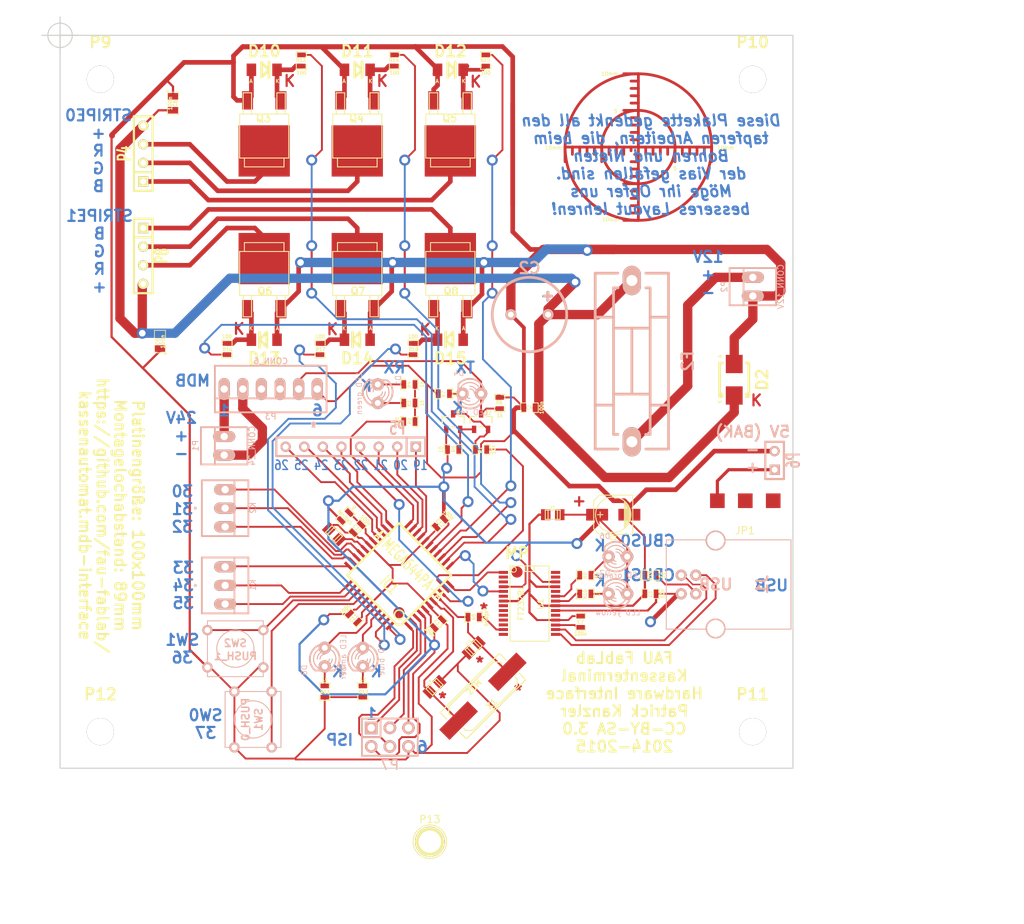
<source format=kicad_pcb>
(kicad_pcb (version 4) (host pcbnew "(2014-12-16 BZR 5324)-product")
  (title_block (title "MDB Interface") (date "So 18 Jan 2015") (rev r2) (company "FAU FabLab, Patrick Kanzler") (comment 1 "CC-BY-SA 3.0"))
  (layers (0 F.Cu signal) (31 B.Cu signal) (34 B.Paste user) (35 F.Paste user) (36 B.SilkS user) (37 F.SilkS user) (38 B.Mask user) (39 F.Mask user) (44 Edge.Cuts user))
  (net 0 "")
  (net 1 +5V)
  (net 2 GND)
  (net 3 +12V)
  (net 4 "Net-(C7-Pad1)")
  (net 5 "Net-(C9-Pad2)")
  (net 6 "Net-(C10-Pad1)")
  (net 7 "Net-(C14-Pad1)")
  (net 8 "Net-(C15-Pad1)")
  (net 9 /MDB_MT)
  (net 10 "Net-(D4-Pad2)")
  (net 11 "Net-(D6-Pad2)")
  (net 12 "Net-(D7-Pad2)")
  (net 13 "Net-(D8-Pad1)")
  (net 14 "Net-(D8-Pad2)")
  (net 15 "Net-(D9-Pad1)")
  (net 16 "Net-(D9-Pad2)")
  (net 17 "Net-(D10-Pad2)")
  (net 18 "Net-(D11-Pad2)")
  (net 19 "Net-(D12-Pad2)")
  (net 20 "Net-(D13-Pad2)")
  (net 21 "Net-(D14-Pad2)")
  (net 22 "Net-(D15-Pad2)")
  (net 23 "Net-(F2-Pad1)")
  (net 24 /PWM_0)
  (net 25 /PWM_1)
  (net 26 "Net-(IC1-Pad37)")
  (net 27 "Net-(IC1-Pad36)")
  (net 28 "Net-(IC1-Pad35)")
  (net 29 "Net-(IC1-Pad34)")
  (net 30 /PWM_4)
  (net 31 /PWM_5)
  (net 32 /PWM_2)
  (net 33 /PWM_3)
  (net 34 /AVR_to_PC)
  (net 35 "Net-(IC1-Pad19)")
  (net 36 "Net-(IC1-Pad20)")
  (net 37 "Net-(IC1-Pad21)")
  (net 38 "Net-(IC1-Pad22)")
  (net 39 "Net-(IC1-Pad26)")
  (net 40 /BusRX)
  (net 41 "Net-(IC1-Pad25)")
  (net 42 "Net-(IC1-Pad24)")
  (net 43 /BusTX)
  (net 44 /PC_to_AVR)
  (net 45 "Net-(IC1-Pad23)")
  (net 46 /RESET)
  (net 47 "Net-(IC1-Pad30)")
  (net 48 "Net-(IC1-Pad31)")
  (net 49 /SCK)
  (net 50 /MISO)
  (net 51 "Net-(IC1-Pad32)")
  (net 52 "Net-(IC1-Pad33)")
  (net 53 /MOSI)
  (net 54 "Net-(J1-Pad2)")
  (net 55 "Net-(J1-Pad3)")
  (net 56 "Net-(J1-Pad4)")
  (net 57 "Net-(P1-Pad1)")
  (net 58 "Net-(P1-Pad2)")
  (net 59 /MDB_MR)
  (net 60 /PWM0_BLUE)
  (net 61 /PWM0_GREEN)
  (net 62 /PWM0_RED)
  (net 63 /PWM1_BLUE)
  (net 64 /PWM1_GREEN)
  (net 65 /PWM1_RED)
  (net 66 "Net-(Q1-Pad2)")
  (net 67 "Net-(Q1-Pad3)")
  (net 68 /12MHz)
  (net 69 "Net-(R9-Pad2)")
  (net 70 "Net-(R10-Pad2)")
  (net 71 /VUSB)
  (net 72 "Net-(D1-Pad2)")
  (net 73 /VBAK)
  (module SMD_Packages:SM0603_Capa (layer F.Cu) (at 150.495 112.141 180)
    (fp_text reference C1 (at 0 0 270) (layer F.SilkS) (effects (font (size 0.508 0.4572) (thickness 0.1143))))
    (fp_text value 10n (at -1.651 0 270) (layer F.SilkS) (effects (font (size 0.508 0.4572) (thickness 0.1143))))
    (pad 1 smd rect (at -0.762 0 180) (size 0.635 1.143) (layers F.Cu F.Paste F.Mask) (net 71 /VUSB))
    (pad 2 smd rect (at 0.762 0 180) (size 0.635 1.143) (layers F.Cu F.Paste F.Mask) (net 2 GND))
  )
  (module Capacitors_Elko_ThroughHole:Elko_vert_DM10_RM5_CopperClear (layer B.Cu) (at 133.985 74.041 180)
    (fp_text reference C2 (at 0 6.35 180) (layer B.SilkS) (effects (font (thickness 0.3048)) (justify mirror)))
    (fp_text value 470u hide)
    (pad 2 thru_hole circle (at 2.54 0 180) (size 1.50114 1.50114) (drill 0.8001) (layers *.Cu *.Mask B.SilkS) (net 2 GND))
    (pad 1 thru_hole circle (at -2.54 0 180) (size 1.50114 1.50114) (drill 0.8001) (layers *.Cu *.Mask B.SilkS) (net 3 +12V))
  )
  (module Capacitors_SMD:c_elec_5x5.8 (layer F.Cu) (at 145.415 101.346 180)
    (fp_text reference C3 (at 0 -3.175 180) (layer F.SilkS) (effects (font (size 0.50038 0.50038) (thickness 0.11938))))
    (fp_text value "* 47u 6,3V" hide)
    (pad 1 smd rect (at 2.19964 0 180) (size 2.99974 1.6002) (layers F.Cu F.Paste F.Mask) (net 1 +5V))
    (pad 2 smd rect (at -2.19964 0 180) (size 2.99974 1.6002) (layers F.Cu F.Paste F.Mask) (net 2 GND))
  )
  (module SMD_Packages:SM0603_Capa (layer F.Cu) (at 133.985 86.741 180)
    (fp_text reference C4 (at 0 0 360) (layer F.SilkS) (effects (font (size 0.508 0.4572) (thickness 0.1143))))
    (fp_text value 100n (at -1.651 0 270) (layer F.SilkS) (effects (font (size 0.508 0.4572) (thickness 0.1143))))
    (pad 1 smd rect (at -0.762 0 180) (size 0.635 1.143) (layers F.Cu F.Paste F.Mask) (net 3 +12V))
    (pad 2 smd rect (at 0.762 0 180) (size 0.635 1.143) (layers F.Cu F.Paste F.Mask) (net 2 GND))
  )
  (module Capacitors_SMD:c_0805 (layer F.Cu) (at 137.16 101.346)
    (fp_text reference C5 (at 0 -0.9906) (layer F.SilkS) (effects (font (size 0.29972 0.29972) (thickness 0.06096))))
    (fp_text value 1u hide)
    (pad 1 smd rect (at 0.9525 0) (size 1.30048 1.4986) (layers F.Cu F.Paste F.Mask) (net 1 +5V))
    (pad 2 smd rect (at -0.9525 0) (size 1.30048 1.4986) (layers F.Cu F.Paste F.Mask) (net 2 GND))
  )
  (module SMD_Packages:SM0603_Capa (layer F.Cu) (at 140.97 115.951 90)
    (fp_text reference C7 (at 0 0 180) (layer F.SilkS) (effects (font (size 0.508 0.4572) (thickness 0.1143))))
    (fp_text value 100n (at -1.651 0 180) (layer F.SilkS) (effects (font (size 0.508 0.4572) (thickness 0.1143))))
    (pad 1 smd rect (at -0.762 0 90) (size 0.635 1.143) (layers F.Cu F.Paste F.Mask) (net 4 "Net-(C7-Pad1)"))
    (pad 2 smd rect (at 0.762 0 90) (size 0.635 1.143) (layers F.Cu F.Paste F.Mask) (net 2 GND))
  )
  (module Capacitors_SMD:c_0805 (layer F.Cu) (at 121.031 124.841 45)
    (fp_text reference C9 (at 0 -0.9906 45) (layer F.SilkS) (effects (font (size 0.29972 0.29972) (thickness 0.06096))))
    (fp_text value 22p hide)
    (pad 1 smd rect (at 0.9525 0 45) (size 1.30048 1.4986) (layers F.Cu F.Paste F.Mask) (net 2 GND))
    (pad 2 smd rect (at -0.9525 0 45) (size 1.30048 1.4986) (layers F.Cu F.Paste F.Mask) (net 5 "Net-(C9-Pad2)"))
  )
  (module Capacitors_SMD:c_0805 (layer F.Cu) (at 126.365 119.507 45)
    (fp_text reference C10 (at 0 -0.9906 45) (layer F.SilkS) (effects (font (size 0.29972 0.29972) (thickness 0.06096))))
    (fp_text value 22p hide)
    (pad 1 smd rect (at 0.9525 0 45) (size 1.30048 1.4986) (layers F.Cu F.Paste F.Mask) (net 6 "Net-(C10-Pad1)"))
    (pad 2 smd rect (at -0.9525 0 45) (size 1.30048 1.4986) (layers F.Cu F.Paste F.Mask) (net 2 GND))
  )
  (module SMD_Packages:SM0603_Capa (layer F.Cu) (at 109.982 115.443 315)
    (fp_text reference C11 (at 0 0 405) (layer F.SilkS) (effects (font (size 0.508 0.4572) (thickness 0.1143))))
    (fp_text value 100n (at -1.651 0 405) (layer F.SilkS) (effects (font (size 0.508 0.4572) (thickness 0.1143))))
    (pad 1 smd rect (at -0.762 0 315) (size 0.635 1.143) (layers F.Cu F.Paste F.Mask) (net 1 +5V))
    (pad 2 smd rect (at 0.762 0 315) (size 0.635 1.143) (layers F.Cu F.Paste F.Mask) (net 2 GND))
  )
  (module SMD_Packages:SM0603_Capa (layer F.Cu) (at 121.793 102.489 225)
    (fp_text reference C12 (at 0 0 315) (layer F.SilkS) (effects (font (size 0.508 0.4572) (thickness 0.1143))))
    (fp_text value 100n (at -1.651 0 315) (layer F.SilkS) (effects (font (size 0.508 0.4572) (thickness 0.1143))))
    (pad 1 smd rect (at -0.762 0 225) (size 0.635 1.143) (layers F.Cu F.Paste F.Mask) (net 1 +5V))
    (pad 2 smd rect (at 0.762 0 225) (size 0.635 1.143) (layers F.Cu F.Paste F.Mask) (net 2 GND))
  )
  (module SMD_Packages:SM0603_Capa (layer F.Cu) (at 121.539 116.205 45)
    (fp_text reference C13 (at 0 0 135) (layer F.SilkS) (effects (font (size 0.508 0.4572) (thickness 0.1143))))
    (fp_text value 100n (at -1.651 0 135) (layer F.SilkS) (effects (font (size 0.508 0.4572) (thickness 0.1143))))
    (pad 1 smd rect (at -0.762 0 45) (size 0.635 1.143) (layers F.Cu F.Paste F.Mask) (net 1 +5V))
    (pad 2 smd rect (at 0.762 0 45) (size 0.635 1.143) (layers F.Cu F.Paste F.Mask) (net 2 GND))
  )
  (module Capacitors_SMD:c_0805 (layer F.Cu) (at 107.315 104.013 315)
    (fp_text reference C14 (at 0 -0.9906 315) (layer F.SilkS) (effects (font (size 0.29972 0.29972) (thickness 0.06096))))
    (fp_text value 1u hide)
    (pad 1 smd rect (at 0.9525 0 315) (size 1.30048 1.4986) (layers F.Cu F.Paste F.Mask) (net 7 "Net-(C14-Pad1)"))
    (pad 2 smd rect (at -0.9525 0 315) (size 1.30048 1.4986) (layers F.Cu F.Paste F.Mask) (net 2 GND))
  )
  (module SMD_Packages:SM0603_Capa (layer F.Cu) (at 110.49 103.251 225)
    (fp_text reference C15 (at 0 0 315) (layer F.SilkS) (effects (font (size 0.508 0.4572) (thickness 0.1143))))
    (fp_text value 100n (at -1.651 0 315) (layer F.SilkS) (effects (font (size 0.508 0.4572) (thickness 0.1143))))
    (pad 1 smd rect (at -0.762 0 225) (size 0.635 1.143) (layers F.Cu F.Paste F.Mask) (net 8 "Net-(C15-Pad1)"))
    (pad 2 smd rect (at 0.762 0 225) (size 0.635 1.143) (layers F.Cu F.Paste F.Mask) (net 2 GND))
  )
  (module Diodes_SMD:Diode-SMB_Standard (layer F.Cu) (at 161.925 82.931 270)
    (fp_text reference D2 (at 0 -3.81 270) (layer F.SilkS) (effects (font (thickness 0.3048))))
    (fp_text value SM6T15A hide)
    (fp_text user A (at -3.2004 1.95072 270) (layer F.SilkS) (effects (font (size 0.50038 0.50038) (thickness 0.09906))))
    (fp_text user K (at 2.99974 1.95072 270) (layer F.SilkS) (effects (font (size 0.50038 0.50038) (thickness 0.09906))))
    (pad 1 smd rect (at -2.14884 0 270) (size 2.49936 2.30124) (layers F.Cu F.Paste F.Mask) (net 2 GND))
    (pad 2 smd rect (at 2.14884 0 270) (size 2.49936 2.30124) (layers F.Cu F.Paste F.Mask) (net 3 +12V))
  )
  (module Diodes_SMD:Diode-MiniMELF_Standard (layer F.Cu) (at 97.79 40.64)
    (fp_text reference D10 (at 0 -2.54) (layer F.SilkS) (effects (font (thickness 0.3048))))
    (fp_text value ZD5.1 hide)
    (fp_text user A (at -1.80086 1.5494) (layer F.SilkS) (effects (font (size 0.50038 0.50038) (thickness 0.09906))))
    (fp_text user K (at 1.80086 1.5494) (layer F.SilkS) (effects (font (size 0.50038 0.50038) (thickness 0.09906))))
    (pad 1 smd rect (at -1.75006 0) (size 1.30048 1.69926) (layers F.Cu F.Paste F.Mask) (net 2 GND))
    (pad 2 smd rect (at 1.75006 0) (size 1.30048 1.69926) (layers F.Cu F.Paste F.Mask) (net 17 "Net-(D10-Pad2)"))
  )
  (module Diodes_SMD:Diode-MiniMELF_Standard (layer F.Cu) (at 110.49 40.64)
    (fp_text reference D11 (at 0 -2.54) (layer F.SilkS) (effects (font (thickness 0.3048))))
    (fp_text value ZD5.1 hide)
    (fp_text user A (at -1.80086 1.5494) (layer F.SilkS) (effects (font (size 0.50038 0.50038) (thickness 0.09906))))
    (fp_text user K (at 1.80086 1.5494) (layer F.SilkS) (effects (font (size 0.50038 0.50038) (thickness 0.09906))))
    (pad 1 smd rect (at -1.75006 0) (size 1.30048 1.69926) (layers F.Cu F.Paste F.Mask) (net 2 GND))
    (pad 2 smd rect (at 1.75006 0) (size 1.30048 1.69926) (layers F.Cu F.Paste F.Mask) (net 18 "Net-(D11-Pad2)"))
  )
  (module Diodes_SMD:Diode-MiniMELF_Standard (layer F.Cu) (at 123.19 40.64)
    (fp_text reference D12 (at 0 -2.54) (layer F.SilkS) (effects (font (thickness 0.3048))))
    (fp_text value ZD5.1 hide)
    (fp_text user A (at -1.80086 1.5494) (layer F.SilkS) (effects (font (size 0.50038 0.50038) (thickness 0.09906))))
    (fp_text user K (at 1.80086 1.5494) (layer F.SilkS) (effects (font (size 0.50038 0.50038) (thickness 0.09906))))
    (pad 1 smd rect (at -1.75006 0) (size 1.30048 1.69926) (layers F.Cu F.Paste F.Mask) (net 2 GND))
    (pad 2 smd rect (at 1.75006 0) (size 1.30048 1.69926) (layers F.Cu F.Paste F.Mask) (net 19 "Net-(D12-Pad2)"))
  )
  (module Diodes_SMD:Diode-MiniMELF_Standard (layer F.Cu) (at 97.79 77.47 180)
    (fp_text reference D13 (at 0 -2.54 180) (layer F.SilkS) (effects (font (thickness 0.3048))))
    (fp_text value ZD5.1 hide)
    (fp_text user A (at -1.80086 1.5494 180) (layer F.SilkS) (effects (font (size 0.50038 0.50038) (thickness 0.09906))))
    (fp_text user K (at 1.80086 1.5494 180) (layer F.SilkS) (effects (font (size 0.50038 0.50038) (thickness 0.09906))))
    (pad 1 smd rect (at -1.75006 0 180) (size 1.30048 1.69926) (layers F.Cu F.Paste F.Mask) (net 2 GND))
    (pad 2 smd rect (at 1.75006 0 180) (size 1.30048 1.69926) (layers F.Cu F.Paste F.Mask) (net 20 "Net-(D13-Pad2)"))
  )
  (module Diodes_SMD:Diode-MiniMELF_Standard (layer F.Cu) (at 110.49 77.47 180)
    (fp_text reference D14 (at 0 -2.54 180) (layer F.SilkS) (effects (font (thickness 0.3048))))
    (fp_text value ZD5.1 hide)
    (fp_text user A (at -1.80086 1.5494 180) (layer F.SilkS) (effects (font (size 0.50038 0.50038) (thickness 0.09906))))
    (fp_text user K (at 1.80086 1.5494 180) (layer F.SilkS) (effects (font (size 0.50038 0.50038) (thickness 0.09906))))
    (pad 1 smd rect (at -1.75006 0 180) (size 1.30048 1.69926) (layers F.Cu F.Paste F.Mask) (net 2 GND))
    (pad 2 smd rect (at 1.75006 0 180) (size 1.30048 1.69926) (layers F.Cu F.Paste F.Mask) (net 21 "Net-(D14-Pad2)"))
  )
  (module Diodes_SMD:Diode-MiniMELF_Standard (layer F.Cu) (at 123.19 77.47 180)
    (fp_text reference D15 (at 0 -2.54 180) (layer F.SilkS) (effects (font (thickness 0.3048))))
    (fp_text value ZD5.1 hide)
    (fp_text user A (at -1.80086 1.5494 180) (layer F.SilkS) (effects (font (size 0.50038 0.50038) (thickness 0.09906))))
    (fp_text user K (at 1.80086 1.5494 180) (layer F.SilkS) (effects (font (size 0.50038 0.50038) (thickness 0.09906))))
    (pad 1 smd rect (at -1.75006 0 180) (size 1.30048 1.69926) (layers F.Cu F.Paste F.Mask) (net 2 GND))
    (pad 2 smd rect (at 1.75006 0 180) (size 1.30048 1.69926) (layers F.Cu F.Paste F.Mask) (net 22 "Net-(D15-Pad2)"))
  )
  (module Fuse_Holders_and_Fuses:Fuseholder5x20_horiz_SemiClosed_Casing10x25mm (layer B.Cu) (at 147.955 80.391 90)
    (fp_text reference F2 (at 0 7.62 90) (layer B.SilkS) (effects (font (thickness 0.3048)) (justify mirror)))
    (fp_text value FUSE hide)
    (pad 2 thru_hole oval (at 11.00074 0 180) (size 2.49936 4.0005) (drill 1.50114) (layers *.Cu *.Mask B.SilkS) (net 3 +12V))
    (pad 1 thru_hole oval (at -11.00074 0 180) (size 2.49936 4.0005) (drill 1.50114) (layers *.Cu *.Mask B.SilkS) (net 23 "Net-(F2-Pad1)"))
  )
  (module SMD_Packages:SM0603_Resistor (layer F.Cu) (at 108.839 101.6 225)
    (fp_text reference ferrite1 (at 0.0635 -0.0635 315) (layer F.SilkS) (effects (font (size 0.50038 0.4572) (thickness 0.1143))))
    (fp_text value 0 (at -1.69926 0 315) (layer F.SilkS) (effects (font (size 0.508 0.4572) (thickness 0.1143))))
    (pad 1 smd rect (at -0.762 0 225) (size 0.635 1.143) (layers F.Cu F.Paste F.Mask) (net 8 "Net-(C15-Pad1)"))
    (pad 2 smd rect (at 0.762 0 225) (size 0.635 1.143) (layers F.Cu F.Paste F.Mask) (net 1 +5V))
  )
  (module SMD_Packages:TQFP44 (layer F.Cu) (at 116.205 109.601 135)
    (fp_text reference IC1 (at 0 -1.905 135) (layer F.SilkS) (effects (font (size 1.524 1.016) (thickness 0.2032))))
    (fp_text value ATMEGA644PA-A (at 0 1.905 135) (layer F.SilkS) (effects (font (size 1.524 1.016) (thickness 0.2032))))
    (pad 39 smd rect (at 0 -5.715 135) (size 0.4064 1.524) (layers F.Cu F.Paste F.Mask) (net 2 GND))
    (pad 40 smd rect (at -0.8001 -5.715 135) (size 0.4064 1.524) (layers F.Cu F.Paste F.Mask) (net 13 "Net-(D8-Pad1)"))
    (pad 41 smd rect (at -1.6002 -5.715 135) (size 0.4064 1.524) (layers F.Cu F.Paste F.Mask) (net 15 "Net-(D9-Pad1)"))
    (pad 42 smd rect (at -2.4003 -5.715 135) (size 0.4064 1.524) (layers F.Cu F.Paste F.Mask))
    (pad 43 smd rect (at -3.2004 -5.715 135) (size 0.4064 1.524) (layers F.Cu F.Paste F.Mask) (net 30 /PWM_4))
    (pad 44 smd rect (at -4.0005 -5.715 135) (size 0.4064 1.524) (layers F.Cu F.Paste F.Mask) (net 31 /PWM_5))
    (pad 38 smd rect (at 0.8001 -5.715 135) (size 0.4064 1.524) (layers F.Cu F.Paste F.Mask) (net 1 +5V))
    (pad 37 smd rect (at 1.6002 -5.715 135) (size 0.4064 1.524) (layers F.Cu F.Paste F.Mask) (net 26 "Net-(IC1-Pad37)"))
    (pad 36 smd rect (at 2.4003 -5.715 135) (size 0.4064 1.524) (layers F.Cu F.Paste F.Mask) (net 27 "Net-(IC1-Pad36)"))
    (pad 35 smd rect (at 3.2004 -5.715 135) (size 0.4064 1.524) (layers F.Cu F.Paste F.Mask) (net 28 "Net-(IC1-Pad35)"))
    (pad 34 smd rect (at 4.0005 -5.715 135) (size 0.4064 1.524) (layers F.Cu F.Paste F.Mask) (net 29 "Net-(IC1-Pad34)"))
    (pad 17 smd rect (at 0 5.715 135) (size 0.4064 1.524) (layers F.Cu F.Paste F.Mask) (net 1 +5V))
    (pad 16 smd rect (at -0.8001 5.715 135) (size 0.4064 1.524) (layers F.Cu F.Paste F.Mask) (net 33 /PWM_3))
    (pad 15 smd rect (at -1.6002 5.715 135) (size 0.4064 1.524) (layers F.Cu F.Paste F.Mask) (net 32 /PWM_2))
    (pad 14 smd rect (at -2.4003 5.715 135) (size 0.4064 1.524) (layers F.Cu F.Paste F.Mask) (net 25 /PWM_1))
    (pad 13 smd rect (at -3.2004 5.715 135) (size 0.4064 1.524) (layers F.Cu F.Paste F.Mask) (net 24 /PWM_0))
    (pad 12 smd rect (at -4.0005 5.715 135) (size 0.4064 1.524) (layers F.Cu F.Paste F.Mask) (net 34 /AVR_to_PC))
    (pad 18 smd rect (at 0.8001 5.715 135) (size 0.4064 1.524) (layers F.Cu F.Paste F.Mask) (net 2 GND))
    (pad 19 smd rect (at 1.6002 5.715 135) (size 0.4064 1.524) (layers F.Cu F.Paste F.Mask) (net 35 "Net-(IC1-Pad19)"))
    (pad 20 smd rect (at 2.4003 5.715 135) (size 0.4064 1.524) (layers F.Cu F.Paste F.Mask) (net 36 "Net-(IC1-Pad20)"))
    (pad 21 smd rect (at 3.2004 5.715 135) (size 0.4064 1.524) (layers F.Cu F.Paste F.Mask) (net 37 "Net-(IC1-Pad21)"))
    (pad 22 smd rect (at 4.0005 5.715 135) (size 0.4064 1.524) (layers F.Cu F.Paste F.Mask) (net 38 "Net-(IC1-Pad22)"))
    (pad 6 smd rect (at -5.715 0 135) (size 1.524 0.4064) (layers F.Cu F.Paste F.Mask) (net 2 GND))
    (pad 28 smd rect (at 5.715 0 135) (size 1.524 0.4064) (layers F.Cu F.Paste F.Mask) (net 2 GND))
    (pad 7 smd rect (at -5.715 0.8001 135) (size 1.524 0.4064) (layers F.Cu F.Paste F.Mask) (net 5 "Net-(C9-Pad2)"))
    (pad 27 smd rect (at 5.715 0.8001 135) (size 1.524 0.4064) (layers F.Cu F.Paste F.Mask) (net 8 "Net-(C15-Pad1)"))
    (pad 26 smd rect (at 5.715 1.6002 135) (size 1.524 0.4064) (layers F.Cu F.Paste F.Mask) (net 39 "Net-(IC1-Pad26)"))
    (pad 8 smd rect (at -5.715 1.6002 135) (size 1.524 0.4064) (layers F.Cu F.Paste F.Mask) (net 6 "Net-(C10-Pad1)"))
    (pad 9 smd rect (at -5.715 2.4003 135) (size 1.524 0.4064) (layers F.Cu F.Paste F.Mask) (net 40 /BusRX))
    (pad 25 smd rect (at 5.715 2.4003 135) (size 1.524 0.4064) (layers F.Cu F.Paste F.Mask) (net 41 "Net-(IC1-Pad25)"))
    (pad 24 smd rect (at 5.715 3.2004 135) (size 1.524 0.4064) (layers F.Cu F.Paste F.Mask) (net 42 "Net-(IC1-Pad24)"))
    (pad 10 smd rect (at -5.715 3.2004 135) (size 1.524 0.4064) (layers F.Cu F.Paste F.Mask) (net 43 /BusTX))
    (pad 11 smd rect (at -5.715 4.0005 135) (size 1.524 0.4064) (layers F.Cu F.Paste F.Mask) (net 44 /PC_to_AVR))
    (pad 23 smd rect (at 5.715 4.0005 135) (size 1.524 0.4064) (layers F.Cu F.Paste F.Mask) (net 45 "Net-(IC1-Pad23)"))
    (pad 29 smd rect (at 5.715 -0.8001 135) (size 1.524 0.4064) (layers F.Cu F.Paste F.Mask) (net 7 "Net-(C14-Pad1)"))
    (pad 5 smd rect (at -5.715 -0.8001 135) (size 1.524 0.4064) (layers F.Cu F.Paste F.Mask) (net 1 +5V))
    (pad 4 smd rect (at -5.715 -1.6002 135) (size 1.524 0.4064) (layers F.Cu F.Paste F.Mask) (net 46 /RESET))
    (pad 30 smd rect (at 5.715 -1.6002 135) (size 1.524 0.4064) (layers F.Cu F.Paste F.Mask) (net 47 "Net-(IC1-Pad30)"))
    (pad 31 smd rect (at 5.715 -2.4003 135) (size 1.524 0.4064) (layers F.Cu F.Paste F.Mask) (net 48 "Net-(IC1-Pad31)"))
    (pad 3 smd rect (at -5.715 -2.4003 135) (size 1.524 0.4064) (layers F.Cu F.Paste F.Mask) (net 49 /SCK))
    (pad 2 smd rect (at -5.715 -3.2004 135) (size 1.524 0.4064) (layers F.Cu F.Paste F.Mask) (net 50 /MISO))
    (pad 32 smd rect (at 5.715 -3.2004 135) (size 1.524 0.4064) (layers F.Cu F.Paste F.Mask) (net 51 "Net-(IC1-Pad32)"))
    (pad 33 smd rect (at 5.715 -4.0005 135) (size 1.524 0.4064) (layers F.Cu F.Paste F.Mask) (net 52 "Net-(IC1-Pad33)"))
    (pad 1 smd rect (at -5.715 -4.0005 135) (size 1.524 0.4064) (layers F.Cu F.Paste F.Mask) (net 53 /MOSI))
  )
  (module Connect:USB_B (layer B.Cu) (at 159.385 110.871 270)
    (fp_text reference J1 (at 0 -6.35 270) (layer B.SilkS) (effects (font (thickness 0.3048)) (justify mirror)))
    (fp_text value USB (at 0 0 540) (layer B.SilkS) (effects (font (thickness 0.3048)) (justify mirror)))
    (pad 1 thru_hole circle (at 1.27 4.699 270) (size 1.524 1.524) (drill 0.8128) (layers *.Cu *.Mask B.SilkS) (net 71 /VUSB))
    (pad 2 thru_hole circle (at -1.27 4.699 270) (size 1.524 1.524) (drill 0.8128) (layers *.Cu *.Mask B.SilkS) (net 54 "Net-(J1-Pad2)"))
    (pad 3 thru_hole circle (at -1.27 2.70002 270) (size 1.524 1.524) (drill 0.8128) (layers *.Cu *.Mask B.SilkS) (net 55 "Net-(J1-Pad3)"))
    (pad 4 thru_hole circle (at 1.27 2.70002 270) (size 1.524 1.524) (drill 0.8128) (layers *.Cu *.Mask B.SilkS) (net 56 "Net-(J1-Pad4)"))
    (pad 5 np_thru_hole circle (at 5.99948 0 270) (size 2.70002 2.70002) (drill 2.30124) (layers *.Cu *.SilkS *.Mask))
    (pad 6 thru_hole circle (at -5.99948 0 270) (size 2.70002 2.70002) (drill 2.30124) (layers *.Cu *.Mask B.SilkS))
  )
  (module Connect:PINHEAD1-3 (layer B.Cu) (at 92.456 110.998 90)
    (fp_text reference K1 (at 0.05 3.8 90) (layer B.SilkS) (effects (font (size 0.8 0.8) (thickness 0.12)) (justify mirror)))
    (fp_text value * (at 0 -3.81 90) (layer B.SilkS) (effects (font (size 0.8 0.8) (thickness 0.12)) (justify mirror)))
    (pad 1 thru_hole oval (at -2.54 0 90) (size 1.50622 3.01498) (drill 0.99822) (layers *.Cu *.Mask B.SilkS) (net 28 "Net-(IC1-Pad35)"))
    (pad 2 thru_hole oval (at 0 0 90) (size 1.50622 3.01498) (drill 0.99822) (layers *.Cu *.Mask B.SilkS) (net 29 "Net-(IC1-Pad34)"))
    (pad 3 thru_hole oval (at 2.54 0 90) (size 1.50622 3.01498) (drill 0.99822) (layers *.Cu *.Mask B.SilkS) (net 52 "Net-(IC1-Pad33)"))
  )
  (module Connect:PINHEAD1-3 (layer B.Cu) (at 92.456 100.457 90)
    (fp_text reference K2 (at 0.05 3.8 90) (layer B.SilkS) (effects (font (size 0.8 0.8) (thickness 0.12)) (justify mirror)))
    (fp_text value * (at 0 -3.81 90) (layer B.SilkS) (effects (font (size 0.8 0.8) (thickness 0.12)) (justify mirror)))
    (pad 1 thru_hole oval (at -2.54 0 90) (size 1.50622 3.01498) (drill 0.99822) (layers *.Cu *.Mask B.SilkS) (net 51 "Net-(IC1-Pad32)"))
    (pad 2 thru_hole oval (at 0 0 90) (size 1.50622 3.01498) (drill 0.99822) (layers *.Cu *.Mask B.SilkS) (net 48 "Net-(IC1-Pad31)"))
    (pad 3 thru_hole oval (at 2.54 0 90) (size 1.50622 3.01498) (drill 0.99822) (layers *.Cu *.Mask B.SilkS) (net 47 "Net-(IC1-Pad30)"))
  )
  (module Connect:PINHEAD1-2 (layer B.Cu) (at 92.329 91.948 270)
    (fp_text reference P1 (at 0 3.9 270) (layer B.SilkS) (effects (font (size 0.8 0.8) (thickness 0.12)) (justify mirror)))
    (fp_text value CONN_24 (at 0 -3.81 270) (layer B.SilkS) (effects (font (size 0.8 0.8) (thickness 0.12)) (justify mirror)))
    (pad 1 thru_hole oval (at -1.27 0 270) (size 1.50622 3.01498) (drill 0.99822) (layers *.Cu *.Mask B.SilkS) (net 57 "Net-(P1-Pad1)"))
    (pad 2 thru_hole oval (at 1.27 0 270) (size 1.50622 3.01498) (drill 0.99822) (layers *.Cu *.Mask B.SilkS) (net 58 "Net-(P1-Pad2)"))
  )
  (module Connect:PINHEAD1-2 (layer B.Cu) (at 164.465 70.231 270)
    (fp_text reference P2 (at 0 3.9 270) (layer B.SilkS) (effects (font (size 0.8 0.8) (thickness 0.12)) (justify mirror)))
    (fp_text value CONN_12V (at 0 -3.81 270) (layer B.SilkS) (effects (font (size 0.8 0.8) (thickness 0.12)) (justify mirror)))
    (pad 1 thru_hole oval (at -1.27 0 270) (size 1.50622 3.01498) (drill 0.99822) (layers *.Cu *.Mask B.SilkS) (net 23 "Net-(F2-Pad1)"))
    (pad 2 thru_hole oval (at 1.27 0 270) (size 1.50622 3.01498) (drill 0.99822) (layers *.Cu *.Mask B.SilkS) (net 2 GND))
  )
  (module Connect:PINHEAD1-6 (layer B.Cu) (at 98.679 84.201)
    (fp_text reference P3 (at 0 3.75) (layer B.SilkS) (effects (font (size 0.8 0.8) (thickness 0.12)) (justify mirror)))
    (fp_text value CONN_6 (at 0 -3.81) (layer B.SilkS) (effects (font (size 0.8 0.8) (thickness 0.12)) (justify mirror)))
    (pad 1 thru_hole oval (at -6.35 0) (size 1.50622 3.01498) (drill 0.99822) (layers *.Cu *.Mask B.SilkS) (net 57 "Net-(P1-Pad1)"))
    (pad 2 thru_hole oval (at -3.81 0) (size 1.50622 3.01498) (drill 0.99822) (layers *.Cu *.Mask B.SilkS) (net 58 "Net-(P1-Pad2)"))
    (pad 3 thru_hole oval (at -1.27 0) (size 1.50622 3.01498) (drill 0.99822) (layers *.Cu *.Mask B.SilkS))
    (pad 4 thru_hole oval (at 1.27 0) (size 1.50622 3.01498) (drill 0.99822) (layers *.Cu *.Mask B.SilkS) (net 59 /MDB_MR))
    (pad 5 thru_hole oval (at 3.81 0) (size 1.50622 3.01498) (drill 0.99822) (layers *.Cu *.Mask B.SilkS) (net 9 /MDB_MT))
    (pad 6 thru_hole oval (at 6.35 0) (size 1.50622 3.01498) (drill 0.99822) (layers *.Cu *.Mask B.SilkS) (net 2 GND))
  )
  (module Connect:SIL-4 (layer F.Cu) (at 81.28 52.07 90)
    (fp_text reference P4 (at 0 -2.54 90) (layer F.SilkS) (effects (font (size 1.73482 1.08712) (thickness 0.3048))))
    (fp_text value CONN_4 hide)
    (pad 1 thru_hole rect (at -3.81 0 90) (size 1.397 1.397) (drill 0.8128) (layers *.Cu *.Mask F.SilkS) (net 60 /PWM0_BLUE))
    (pad 2 thru_hole circle (at -1.27 0 90) (size 1.397 1.397) (drill 0.8128) (layers *.Cu *.Mask F.SilkS) (net 61 /PWM0_GREEN))
    (pad 3 thru_hole circle (at 1.27 0 90) (size 1.397 1.397) (drill 0.8128) (layers *.Cu *.Mask F.SilkS) (net 62 /PWM0_RED))
    (pad 4 thru_hole circle (at 3.81 0 90) (size 1.397 1.397) (drill 0.8128) (layers *.Cu *.Mask F.SilkS) (net 3 +12V))
  )
  (module Connect:SIL-8 (layer B.Cu) (at 109.601 92.075 180)
    (fp_text reference P5 (at -6.35 2.54 180) (layer B.SilkS) (effects (font (size 1.72974 1.08712) (thickness 0.3048)) (justify mirror)))
    (fp_text value * (at 5.08 2.54 180) (layer B.SilkS) (effects (font (size 1.524 1.016) (thickness 0.3048)) (justify mirror)))
    (pad 1 thru_hole rect (at -8.89 0 180) (size 1.397 1.397) (drill 0.8128) (layers *.Cu *.Mask B.SilkS) (net 35 "Net-(IC1-Pad19)"))
    (pad 2 thru_hole circle (at -6.35 0 180) (size 1.397 1.397) (drill 0.8128) (layers *.Cu *.Mask B.SilkS) (net 36 "Net-(IC1-Pad20)"))
    (pad 3 thru_hole circle (at -3.81 0 180) (size 1.397 1.397) (drill 0.8128) (layers *.Cu *.Mask B.SilkS) (net 37 "Net-(IC1-Pad21)"))
    (pad 4 thru_hole circle (at -1.27 0 180) (size 1.397 1.397) (drill 0.8128) (layers *.Cu *.Mask B.SilkS) (net 38 "Net-(IC1-Pad22)"))
    (pad 5 thru_hole circle (at 1.27 0 180) (size 1.397 1.397) (drill 0.8128) (layers *.Cu *.Mask B.SilkS) (net 45 "Net-(IC1-Pad23)"))
    (pad 6 thru_hole circle (at 3.81 0 180) (size 1.397 1.397) (drill 0.8128) (layers *.Cu *.Mask B.SilkS) (net 42 "Net-(IC1-Pad24)"))
    (pad 7 thru_hole circle (at 6.35 0 180) (size 1.397 1.397) (drill 0.8128) (layers *.Cu *.Mask B.SilkS) (net 41 "Net-(IC1-Pad25)"))
    (pad 8 thru_hole circle (at 8.89 0 180) (size 1.397 1.397) (drill 0.8128) (layers *.Cu *.Mask B.SilkS) (net 39 "Net-(IC1-Pad26)"))
  )
  (module Connect:SIL-2 (layer B.Cu) (at 167.434 93.94 90)
    (fp_text reference P6 (at 0 2.54 90) (layer B.SilkS) (effects (font (size 1.72974 1.08712) (thickness 0.3048)) (justify mirror)))
    (fp_text value * hide)
    (pad 1 thru_hole rect (at -1.27 0 90) (size 1.397 1.397) (drill 0.8128) (layers *.Cu *.Mask B.SilkS) (net 73 /VBAK))
    (pad 2 thru_hole circle (at 1.27 0 90) (size 1.397 1.397) (drill 0.8128) (layers *.Cu *.Mask B.SilkS) (net 2 GND))
  )
  (module Pin_Headers:Pin_Header_Straight_2x03 (layer B.Cu) (at 114.935 131.699)
    (fp_text reference P7 (at 0 3.81) (layer B.SilkS) (effects (font (size 1.27 1.27) (thickness 0.2032)) (justify mirror)))
    (fp_text value CONN_6 hide)
    (pad 1 thru_hole rect (at -2.54 -1.27) (size 1.7272 1.7272) (drill 1.016) (layers *.Cu *.Mask B.SilkS) (net 50 /MISO))
    (pad 2 thru_hole oval (at -2.54 1.27) (size 1.7272 1.7272) (drill 1.016) (layers *.Cu *.Mask B.SilkS) (net 1 +5V))
    (pad 3 thru_hole oval (at 0 -1.27) (size 1.7272 1.7272) (drill 1.016) (layers *.Cu *.Mask B.SilkS) (net 49 /SCK))
    (pad 4 thru_hole oval (at 0 1.27) (size 1.7272 1.7272) (drill 1.016) (layers *.Cu *.Mask B.SilkS) (net 53 /MOSI))
    (pad 5 thru_hole oval (at 2.54 -1.27) (size 1.7272 1.7272) (drill 1.016) (layers *.Cu *.Mask B.SilkS) (net 46 /RESET))
    (pad 6 thru_hole oval (at 2.54 1.27) (size 1.7272 1.7272) (drill 1.016) (layers *.Cu *.Mask B.SilkS) (net 2 GND))
  )
  (module Connect:SIL-4 (layer F.Cu) (at 81.28 66.04 270)
    (fp_text reference P8 (at 0 -2.54 270) (layer F.SilkS) (effects (font (size 1.73482 1.08712) (thickness 0.3048))))
    (fp_text value CONN_4 hide)
    (pad 1 thru_hole rect (at -3.81 0 270) (size 1.397 1.397) (drill 0.8128) (layers *.Cu *.Mask F.SilkS) (net 63 /PWM1_BLUE))
    (pad 2 thru_hole circle (at -1.27 0 270) (size 1.397 1.397) (drill 0.8128) (layers *.Cu *.Mask F.SilkS) (net 64 /PWM1_GREEN))
    (pad 3 thru_hole circle (at 1.27 0 270) (size 1.397 1.397) (drill 0.8128) (layers *.Cu *.Mask F.SilkS) (net 65 /PWM1_RED))
    (pad 4 thru_hole circle (at 3.81 0 270) (size 1.397 1.397) (drill 0.8128) (layers *.Cu *.Mask F.SilkS) (net 3 +12V))
  )
  (module Mounting_Holes:MountingHole_3-7mm (layer F.Cu) (at 75.434 41.94)
    (fp_text reference P9 (at 0 -5.08) (layer F.SilkS) (effects (font (thickness 0.3048))))
    (fp_text value CONN_1 hide)
    (pad 1 thru_hole circle (at 0 0) (size 3.70078 3.70078) (drill 3.70078) (layers))
  )
  (module Mounting_Holes:MountingHole_3-7mm (layer F.Cu) (at 164.434 41.94)
    (fp_text reference P10 (at 0 -5.08) (layer F.SilkS) (effects (font (thickness 0.3048))))
    (fp_text value CONN_1 hide)
    (pad 1 thru_hole circle (at 0 0) (size 3.70078 3.70078) (drill 3.70078) (layers))
  )
  (module Mounting_Holes:MountingHole_3-7mm (layer F.Cu) (at 164.434 130.94)
    (fp_text reference P11 (at 0 -5.08) (layer F.SilkS) (effects (font (thickness 0.3048))))
    (fp_text value CONN_1 hide)
    (pad 1 thru_hole circle (at 0 0) (size 3.70078 3.70078) (drill 3.70078) (layers))
  )
  (module Mounting_Holes:MountingHole_3-7mm (layer F.Cu) (at 75.434 130.94)
    (fp_text reference P12 (at 0 -5.08) (layer F.SilkS) (effects (font (thickness 0.3048))))
    (fp_text value CONN_1 hide)
    (pad 1 thru_hole circle (at 0 0) (size 3.70078 3.70078) (drill 3.70078) (layers))
  )
  (module Transistors_SMD:sot23 (layer F.Cu) (at 123.571 88.646)
    (fp_text reference Q1 (at 0.9 -1.2) (layer F.SilkS) (effects (font (size 0.50038 0.50038) (thickness 0.09906))))
    (fp_text value BCW67 hide)
    (pad 1 smd rect (at -0.9525 1.05664) (size 0.59944 1.00076) (layers F.Cu F.Paste F.Mask) (net 1 +5V))
    (pad 3 smd rect (at 0 -1.05664) (size 0.59944 1.00076) (layers F.Cu F.Paste F.Mask) (net 67 "Net-(Q1-Pad3)"))
    (pad 2 smd rect (at 0.9525 1.05664) (size 0.59944 1.00076) (layers F.Cu F.Paste F.Mask) (net 66 "Net-(Q1-Pad2)"))
  )
  (module Transistors_SMD:sot23 (layer F.Cu) (at 127.381 88.646)
    (fp_text reference Q2 (at 0.9 -1.2) (layer F.SilkS) (effects (font (size 0.50038 0.50038) (thickness 0.09906))))
    (fp_text value BCW67 hide)
    (pad 1 smd rect (at -0.9525 1.05664) (size 0.59944 1.00076) (layers F.Cu F.Paste F.Mask) (net 66 "Net-(Q1-Pad2)"))
    (pad 3 smd rect (at 0 -1.05664) (size 0.59944 1.00076) (layers F.Cu F.Paste F.Mask) (net 9 /MDB_MT))
    (pad 2 smd rect (at 0.9525 1.05664) (size 0.59944 1.00076) (layers F.Cu F.Paste F.Mask) (net 67 "Net-(Q1-Pad3)"))
  )
  (module "Mainboard MOSFET:sot428" (layer F.Cu) (at 97.79 48.26 180)
    (fp_text reference Q3 (at 0.09906 1.00076 180) (layer F.SilkS) (effects (font (size 1.00076 1.00076) (thickness 0.20066))))
    (fp_text value MOSFET_N hide)
    (pad G smd rect (at -2.27584 3.44932 180) (size 1.50114 2.49936) (layers F.Cu F.Paste F.Mask) (net 17 "Net-(D10-Pad2)"))
    (pad S smd rect (at 2.27584 3.44932 180) (size 1.50114 2.49936) (layers F.Cu F.Paste F.Mask) (net 2 GND))
    (pad D smd rect (at 0 -3.44932 180) (size 7.00024 7.00024) (layers F.Cu F.Paste F.Mask) (net 62 /PWM0_RED))
  )
  (module "Mainboard MOSFET:sot428" (layer F.Cu) (at 110.49 48.26 180)
    (fp_text reference Q4 (at 0.09906 1.00076 180) (layer F.SilkS) (effects (font (size 1.00076 1.00076) (thickness 0.20066))))
    (fp_text value MOSFET_N hide)
    (pad G smd rect (at -2.27584 3.44932 180) (size 1.50114 2.49936) (layers F.Cu F.Paste F.Mask) (net 18 "Net-(D11-Pad2)"))
    (pad S smd rect (at 2.27584 3.44932 180) (size 1.50114 2.49936) (layers F.Cu F.Paste F.Mask) (net 2 GND))
    (pad D smd rect (at 0 -3.44932 180) (size 7.00024 7.00024) (layers F.Cu F.Paste F.Mask) (net 61 /PWM0_GREEN))
  )
  (module "Mainboard MOSFET:sot428" (layer F.Cu) (at 123.19 48.26 180)
    (fp_text reference Q5 (at 0.09906 1.00076 180) (layer F.SilkS) (effects (font (size 1.00076 1.00076) (thickness 0.20066))))
    (fp_text value MOSFET_N hide)
    (pad G smd rect (at -2.27584 3.44932 180) (size 1.50114 2.49936) (layers F.Cu F.Paste F.Mask) (net 19 "Net-(D12-Pad2)"))
    (pad S smd rect (at 2.27584 3.44932 180) (size 1.50114 2.49936) (layers F.Cu F.Paste F.Mask) (net 2 GND))
    (pad D smd rect (at 0 -3.44932 180) (size 7.00024 7.00024) (layers F.Cu F.Paste F.Mask) (net 60 /PWM0_BLUE))
  )
  (module "Mainboard MOSFET:sot428" (layer F.Cu) (at 97.79 69.85)
    (fp_text reference Q6 (at 0.09906 1.00076) (layer F.SilkS) (effects (font (size 1.00076 1.00076) (thickness 0.20066))))
    (fp_text value MOSFET_N hide)
    (pad G smd rect (at -2.27584 3.44932) (size 1.50114 2.49936) (layers F.Cu F.Paste F.Mask) (net 20 "Net-(D13-Pad2)"))
    (pad S smd rect (at 2.27584 3.44932) (size 1.50114 2.49936) (layers F.Cu F.Paste F.Mask) (net 2 GND))
    (pad D smd rect (at 0 -3.44932) (size 7.00024 7.00024) (layers F.Cu F.Paste F.Mask) (net 65 /PWM1_RED))
  )
  (module "Mainboard MOSFET:sot428" (layer F.Cu) (at 110.49 69.85)
    (fp_text reference Q7 (at 0.09906 1.00076) (layer F.SilkS) (effects (font (size 1.00076 1.00076) (thickness 0.20066))))
    (fp_text value MOSFET_N hide)
    (pad G smd rect (at -2.27584 3.44932) (size 1.50114 2.49936) (layers F.Cu F.Paste F.Mask) (net 21 "Net-(D14-Pad2)"))
    (pad S smd rect (at 2.27584 3.44932) (size 1.50114 2.49936) (layers F.Cu F.Paste F.Mask) (net 2 GND))
    (pad D smd rect (at 0 -3.44932) (size 7.00024 7.00024) (layers F.Cu F.Paste F.Mask) (net 64 /PWM1_GREEN))
  )
  (module "Mainboard MOSFET:sot428" (layer F.Cu) (at 123.19 69.85)
    (fp_text reference Q8 (at 0.09906 1.00076) (layer F.SilkS) (effects (font (size 1.00076 1.00076) (thickness 0.20066))))
    (fp_text value MOSFET_N hide)
    (pad G smd rect (at -2.27584 3.44932) (size 1.50114 2.49936) (layers F.Cu F.Paste F.Mask) (net 22 "Net-(D15-Pad2)"))
    (pad S smd rect (at 2.27584 3.44932) (size 1.50114 2.49936) (layers F.Cu F.Paste F.Mask) (net 2 GND))
    (pad D smd rect (at 0 -3.44932) (size 7.00024 7.00024) (layers F.Cu F.Paste F.Mask) (net 63 /PWM1_BLUE))
  )
  (module SMD_Packages:SM0603_Resistor (layer F.Cu) (at 127.381 92.456 180)
    (fp_text reference R1 (at 0.0635 -0.0635 270) (layer F.SilkS) (effects (font (size 0.50038 0.4572) (thickness 0.1143))))
    (fp_text value 10k (at -1.69926 0 270) (layer F.SilkS) (effects (font (size 0.508 0.4572) (thickness 0.1143))))
    (pad 1 smd rect (at -0.762 0 180) (size 0.635 1.143) (layers F.Cu F.Paste F.Mask) (net 43 /BusTX))
    (pad 2 smd rect (at 0.762 0 180) (size 0.635 1.143) (layers F.Cu F.Paste F.Mask) (net 67 "Net-(Q1-Pad3)"))
  )
  (module SMD_Packages:SM0603_Resistor (layer F.Cu) (at 117.602 88.646)
    (fp_text reference R2 (at 0.0635 -0.0635 90) (layer F.SilkS) (effects (font (size 0.50038 0.4572) (thickness 0.1143))))
    (fp_text value 10k (at -1.69926 0 90) (layer F.SilkS) (effects (font (size 0.508 0.4572) (thickness 0.1143))))
    (pad 1 smd rect (at -0.762 0) (size 0.635 1.143) (layers F.Cu F.Paste F.Mask) (net 40 /BusRX))
    (pad 2 smd rect (at 0.762 0) (size 0.635 1.143) (layers F.Cu F.Paste F.Mask) (net 59 /MDB_MR))
  )
  (module SMD_Packages:SM0603_Resistor (layer F.Cu) (at 117.602 86.106 180)
    (fp_text reference R3 (at 0.0635 -0.0635 270) (layer F.SilkS) (effects (font (size 0.50038 0.4572) (thickness 0.1143))))
    (fp_text value 1k (at -1.69926 0 270) (layer F.SilkS) (effects (font (size 0.508 0.4572) (thickness 0.1143))))
    (pad 1 smd rect (at -0.762 0 180) (size 0.635 1.143) (layers F.Cu F.Paste F.Mask) (net 72 "Net-(D1-Pad2)"))
    (pad 2 smd rect (at 0.762 0 180) (size 0.635 1.143) (layers F.Cu F.Paste F.Mask) (net 59 /MDB_MR))
  )
  (module SMD_Packages:SM0603_Resistor (layer F.Cu) (at 117.602 83.566 180)
    (fp_text reference R4 (at 0.0635 -0.0635 270) (layer F.SilkS) (effects (font (size 0.50038 0.4572) (thickness 0.1143))))
    (fp_text value 1k (at -1.69926 0 270) (layer F.SilkS) (effects (font (size 0.508 0.4572) (thickness 0.1143))))
    (pad 1 smd rect (at -0.762 0 180) (size 0.635 1.143) (layers F.Cu F.Paste F.Mask) (net 1 +5V))
    (pad 2 smd rect (at 0.762 0 180) (size 0.635 1.143) (layers F.Cu F.Paste F.Mask) (net 59 /MDB_MR))
  )
  (module SMD_Packages:SM0603_Resistor (layer F.Cu) (at 123.571 92.456)
    (fp_text reference R5 (at 0.0635 -0.0635 90) (layer F.SilkS) (effects (font (size 0.50038 0.4572) (thickness 0.1143))))
    (fp_text value 10 (at -1.69926 0 90) (layer F.SilkS) (effects (font (size 0.508 0.4572) (thickness 0.1143))))
    (pad 1 smd rect (at -0.762 0) (size 0.635 1.143) (layers F.Cu F.Paste F.Mask) (net 1 +5V))
    (pad 2 smd rect (at 0.762 0) (size 0.635 1.143) (layers F.Cu F.Paste F.Mask) (net 66 "Net-(Q1-Pad2)"))
  )
  (module SMD_Packages:SM0603_Resistor (layer F.Cu) (at 129.921 86.106 90)
    (fp_text reference R6 (at 0.0635 -0.0635 180) (layer F.SilkS) (effects (font (size 0.50038 0.4572) (thickness 0.1143))))
    (fp_text value 1k (at -1.69926 0 180) (layer F.SilkS) (effects (font (size 0.508 0.4572) (thickness 0.1143))))
    (pad 1 smd rect (at -0.762 0 90) (size 0.635 1.143) (layers F.Cu F.Paste F.Mask) (net 9 /MDB_MT))
    (pad 2 smd rect (at 0.762 0 90) (size 0.635 1.143) (layers F.Cu F.Paste F.Mask) (net 2 GND))
  )
  (module SMD_Packages:SM0603_Resistor (layer F.Cu) (at 122.301 84.836 180)
    (fp_text reference R7 (at 0.0635 -0.0635 270) (layer F.SilkS) (effects (font (size 0.50038 0.4572) (thickness 0.1143))))
    (fp_text value 1k (at -1.69926 0 270) (layer F.SilkS) (effects (font (size 0.508 0.4572) (thickness 0.1143))))
    (pad 1 smd rect (at -0.762 0 180) (size 0.635 1.143) (layers F.Cu F.Paste F.Mask) (net 10 "Net-(D4-Pad2)"))
    (pad 2 smd rect (at 0.762 0 180) (size 0.635 1.143) (layers F.Cu F.Paste F.Mask) (net 2 GND))
  )
  (module SMD_Packages:SM0603_Resistor (layer F.Cu) (at 126.365 115.316 180)
    (fp_text reference R8 (at 0 0 270) (layer F.SilkS) (effects (font (size 0.50038 0.4572) (thickness 0.1143))))
    (fp_text value bridge* (at -1.69926 0 270) (layer F.SilkS) (effects (font (size 0.508 0.4572) (thickness 0.1143))))
    (pad 1 smd rect (at -0.762 0 180) (size 0.635 1.143) (layers F.Cu F.Paste F.Mask) (net 68 /12MHz))
    (pad 2 smd rect (at 0.762 0 180) (size 0.635 1.143) (layers F.Cu F.Paste F.Mask) (net 6 "Net-(C10-Pad1)"))
  )
  (module SMD_Packages:SM0603_Resistor (layer F.Cu) (at 141.605 109.601 180)
    (fp_text reference R9 (at 0.0635 -0.0635 270) (layer F.SilkS) (effects (font (size 0.50038 0.4572) (thickness 0.1143))))
    (fp_text value 1k (at -1.69926 0 270) (layer F.SilkS) (effects (font (size 0.508 0.4572) (thickness 0.1143))))
    (pad 1 smd rect (at -0.762 0 180) (size 0.635 1.143) (layers F.Cu F.Paste F.Mask) (net 11 "Net-(D6-Pad2)"))
    (pad 2 smd rect (at 0.762 0 180) (size 0.635 1.143) (layers F.Cu F.Paste F.Mask) (net 69 "Net-(R9-Pad2)"))
  )
  (module SMD_Packages:SM0603_Resistor (layer F.Cu) (at 141.605 112.141 180)
    (fp_text reference R10 (at 0.0635 -0.0635 270) (layer F.SilkS) (effects (font (size 0.50038 0.4572) (thickness 0.1143))))
    (fp_text value 1k (at -1.69926 0 270) (layer F.SilkS) (effects (font (size 0.508 0.4572) (thickness 0.1143))))
    (pad 1 smd rect (at -0.762 0 180) (size 0.635 1.143) (layers F.Cu F.Paste F.Mask) (net 12 "Net-(D7-Pad2)"))
    (pad 2 smd rect (at 0.762 0 180) (size 0.635 1.143) (layers F.Cu F.Paste F.Mask) (net 70 "Net-(R10-Pad2)"))
  )
  (module SMD_Packages:SM0603_Resistor (layer F.Cu) (at 106.045 125.476 270)
    (fp_text reference R11 (at 0.0635 -0.0635 360) (layer F.SilkS) (effects (font (size 0.50038 0.4572) (thickness 0.1143))))
    (fp_text value 1k (at -1.69926 0 360) (layer F.SilkS) (effects (font (size 0.508 0.4572) (thickness 0.1143))))
    (pad 1 smd rect (at -0.762 0 270) (size 0.635 1.143) (layers F.Cu F.Paste F.Mask) (net 14 "Net-(D8-Pad2)"))
    (pad 2 smd rect (at 0.762 0 270) (size 0.635 1.143) (layers F.Cu F.Paste F.Mask) (net 2 GND))
  )
  (module SMD_Packages:SM0603_Resistor (layer F.Cu) (at 111.252 125.476 270)
    (fp_text reference R12 (at 0.0635 -0.0635 360) (layer F.SilkS) (effects (font (size 0.50038 0.4572) (thickness 0.1143))))
    (fp_text value 1k (at -1.69926 0 360) (layer F.SilkS) (effects (font (size 0.508 0.4572) (thickness 0.1143))))
    (pad 1 smd rect (at -0.762 0 270) (size 0.635 1.143) (layers F.Cu F.Paste F.Mask) (net 16 "Net-(D9-Pad2)"))
    (pad 2 smd rect (at 0.762 0 270) (size 0.635 1.143) (layers F.Cu F.Paste F.Mask) (net 2 GND))
  )
  (module SMD_Packages:SM0603_Resistor (layer F.Cu) (at 102.87 39.37 90)
    (fp_text reference R13 (at 0.0635 -0.0635 180) (layer F.SilkS) (effects (font (size 0.50038 0.4572) (thickness 0.1143))))
    (fp_text value 100 (at -1.69926 0 180) (layer F.SilkS) (effects (font (size 0.508 0.4572) (thickness 0.1143))))
    (pad 1 smd rect (at -0.762 0 90) (size 0.635 1.143) (layers F.Cu F.Paste F.Mask) (net 17 "Net-(D10-Pad2)"))
    (pad 2 smd rect (at 0.762 0 90) (size 0.635 1.143) (layers F.Cu F.Paste F.Mask) (net 24 /PWM_0))
  )
  (module SMD_Packages:SM0603_Resistor (layer F.Cu) (at 115.57 39.37 90)
    (fp_text reference R14 (at 0.0635 -0.0635 180) (layer F.SilkS) (effects (font (size 0.50038 0.4572) (thickness 0.1143))))
    (fp_text value 100 (at -1.69926 0 180) (layer F.SilkS) (effects (font (size 0.508 0.4572) (thickness 0.1143))))
    (pad 1 smd rect (at -0.762 0 90) (size 0.635 1.143) (layers F.Cu F.Paste F.Mask) (net 18 "Net-(D11-Pad2)"))
    (pad 2 smd rect (at 0.762 0 90) (size 0.635 1.143) (layers F.Cu F.Paste F.Mask) (net 25 /PWM_1))
  )
  (module SMD_Packages:SM0603_Resistor (layer F.Cu) (at 128.016 39.37 90)
    (fp_text reference R15 (at 0.0635 -0.0635 180) (layer F.SilkS) (effects (font (size 0.50038 0.4572) (thickness 0.1143))))
    (fp_text value 100 (at -1.69926 0 180) (layer F.SilkS) (effects (font (size 0.508 0.4572) (thickness 0.1143))))
    (pad 1 smd rect (at -0.762 0 90) (size 0.635 1.143) (layers F.Cu F.Paste F.Mask) (net 19 "Net-(D12-Pad2)"))
    (pad 2 smd rect (at 0.762 0 90) (size 0.635 1.143) (layers F.Cu F.Paste F.Mask) (net 32 /PWM_2))
  )
  (module SMD_Packages:SM0603_Resistor (layer F.Cu) (at 92.71 78.74 270)
    (fp_text reference R16 (at 0.0635 -0.0635 360) (layer F.SilkS) (effects (font (size 0.50038 0.4572) (thickness 0.1143))))
    (fp_text value 100 (at -1.69926 0 360) (layer F.SilkS) (effects (font (size 0.508 0.4572) (thickness 0.1143))))
    (pad 1 smd rect (at -0.762 0 270) (size 0.635 1.143) (layers F.Cu F.Paste F.Mask) (net 20 "Net-(D13-Pad2)"))
    (pad 2 smd rect (at 0.762 0 270) (size 0.635 1.143) (layers F.Cu F.Paste F.Mask) (net 33 /PWM_3))
  )
  (module SMD_Packages:SM0603_Resistor (layer F.Cu) (at 105.41 78.74 270)
    (fp_text reference R17 (at 0.0635 -0.0635 360) (layer F.SilkS) (effects (font (size 0.50038 0.4572) (thickness 0.1143))))
    (fp_text value 100 (at -1.69926 0 360) (layer F.SilkS) (effects (font (size 0.508 0.4572) (thickness 0.1143))))
    (pad 1 smd rect (at -0.762 0 270) (size 0.635 1.143) (layers F.Cu F.Paste F.Mask) (net 21 "Net-(D14-Pad2)"))
    (pad 2 smd rect (at 0.762 0 270) (size 0.635 1.143) (layers F.Cu F.Paste F.Mask) (net 30 /PWM_4))
  )
  (module SMD_Packages:SM0603_Resistor (layer F.Cu) (at 118.11 78.74 270)
    (fp_text reference R18 (at 0.0635 -0.0635 360) (layer F.SilkS) (effects (font (size 0.50038 0.4572) (thickness 0.1143))))
    (fp_text value 100 (at -1.69926 0 360) (layer F.SilkS) (effects (font (size 0.508 0.4572) (thickness 0.1143))))
    (pad 1 smd rect (at -0.762 0 270) (size 0.635 1.143) (layers F.Cu F.Paste F.Mask) (net 22 "Net-(D15-Pad2)"))
    (pad 2 smd rect (at 0.762 0 270) (size 0.635 1.143) (layers F.Cu F.Paste F.Mask) (net 31 /PWM_5))
  )
  (module SMD_Packages:SM0603_Resistor (layer F.Cu) (at 150.495 109.601 180)
    (fp_text reference R19 (at 0.0635 -0.0635 270) (layer F.SilkS) (effects (font (size 0.50038 0.4572) (thickness 0.1143))))
    (fp_text value 10 (at -1.69926 0 270) (layer F.SilkS) (effects (font (size 0.508 0.4572) (thickness 0.1143))))
    (pad 1 smd rect (at -0.762 0 180) (size 0.635 1.143) (layers F.Cu F.Paste F.Mask) (net 56 "Net-(J1-Pad4)"))
    (pad 2 smd rect (at 0.762 0 180) (size 0.635 1.143) (layers F.Cu F.Paste F.Mask) (net 2 GND))
  )
  (module Discret:SW_PUSH_SMALL (layer B.Cu) (at 96.266 129.286 90)
    (fp_text reference SW1 (at 0 0.762 90) (layer B.SilkS) (effects (font (size 1.016 1.016) (thickness 0.2032)) (justify mirror)))
    (fp_text value PUSH_0 (at 0 -1.016 90) (layer B.SilkS) (effects (font (size 1.016 1.016) (thickness 0.2032)) (justify mirror)))
    (pad 1 thru_hole circle (at 3.81 2.54 90) (size 1.397 1.397) (drill 0.8128) (layers *.Cu *.Mask B.SilkS) (net 26 "Net-(IC1-Pad37)"))
    (pad 2 thru_hole circle (at 3.81 -2.54 90) (size 1.397 1.397) (drill 0.8128) (layers *.Cu *.Mask B.SilkS) (net 2 GND))
    (pad 1 thru_hole circle (at -3.81 2.54 90) (size 1.397 1.397) (drill 0.8128) (layers *.Cu *.Mask B.SilkS) (net 26 "Net-(IC1-Pad37)"))
    (pad 2 thru_hole circle (at -3.81 -2.54 90) (size 1.397 1.397) (drill 0.8128) (layers *.Cu *.Mask B.SilkS) (net 2 GND))
  )
  (module Discret:SW_PUSH_SMALL (layer B.Cu) (at 93.853 119.634 180)
    (fp_text reference SW2 (at 0 0.762 180) (layer B.SilkS) (effects (font (size 1.016 1.016) (thickness 0.2032)) (justify mirror)))
    (fp_text value PUSH_1 (at 0 -1.016 180) (layer B.SilkS) (effects (font (size 1.016 1.016) (thickness 0.2032)) (justify mirror)))
    (pad 1 thru_hole circle (at 3.81 2.54 180) (size 1.397 1.397) (drill 0.8128) (layers *.Cu *.Mask B.SilkS) (net 27 "Net-(IC1-Pad36)"))
    (pad 2 thru_hole circle (at 3.81 -2.54 180) (size 1.397 1.397) (drill 0.8128) (layers *.Cu *.Mask B.SilkS) (net 2 GND))
    (pad 1 thru_hole circle (at -3.81 2.54 180) (size 1.397 1.397) (drill 0.8128) (layers *.Cu *.Mask B.SilkS) (net 27 "Net-(IC1-Pad36)"))
    (pad 2 thru_hole circle (at -3.81 -2.54 180) (size 1.397 1.397) (drill 0.8128) (layers *.Cu *.Mask B.SilkS) (net 2 GND))
  )
  (module SMD_Packages:SSOP28 (layer F.Cu) (at 133.985 113.411 270)
    (fp_text reference U1 (at 0.127 -1.524 270) (layer F.SilkS) (effects (font (size 0.762 0.762) (thickness 0.127))))
    (fp_text value FT232RL (at 0 1.143 270) (layer F.SilkS) (effects (font (size 0.762 0.762) (thickness 0.127))))
    (pad 1 smd rect (at -4.191 3.556 270) (size 0.4064 1.27) (layers F.Cu F.Paste F.Mask) (net 44 /PC_to_AVR))
    (pad 2 smd rect (at -3.556 3.556 270) (size 0.4064 1.27) (layers F.Cu F.Paste F.Mask))
    (pad 3 smd rect (at -2.8956 3.556 270) (size 0.4064 1.27) (layers F.Cu F.Paste F.Mask))
    (pad 4 smd rect (at -2.2352 3.556 270) (size 0.4064 1.27) (layers F.Cu F.Paste F.Mask) (net 1 +5V))
    (pad 5 smd rect (at -1.6002 3.556 270) (size 0.4064 1.27) (layers F.Cu F.Paste F.Mask) (net 34 /AVR_to_PC))
    (pad 6 smd rect (at -0.9398 3.556 270) (size 0.4064 1.27) (layers F.Cu F.Paste F.Mask))
    (pad 7 smd rect (at -0.2794 3.556 270) (size 0.4064 1.27) (layers F.Cu F.Paste F.Mask) (net 2 GND))
    (pad 8 smd rect (at 0.3556 3.556 270) (size 0.4064 1.27) (layers F.Cu F.Paste F.Mask))
    (pad 9 smd rect (at 1.016 3.556 270) (size 0.4064 1.27) (layers F.Cu F.Paste F.Mask))
    (pad 10 smd rect (at 1.651 3.556 270) (size 0.4064 1.27) (layers F.Cu F.Paste F.Mask))
    (pad 11 smd rect (at 2.3114 3.556 270) (size 0.4064 1.27) (layers F.Cu F.Paste F.Mask))
    (pad 12 smd rect (at 2.9718 3.556 270) (size 0.4064 1.27) (layers F.Cu F.Paste F.Mask))
    (pad 13 smd rect (at 3.6068 3.556 270) (size 0.4064 1.27) (layers F.Cu F.Paste F.Mask) (net 68 /12MHz))
    (pad 14 smd rect (at 4.2672 3.556 270) (size 0.4064 1.27) (layers F.Cu F.Paste F.Mask))
    (pad 15 smd rect (at 4.2672 -3.556 270) (size 0.4064 1.27) (layers F.Cu F.Paste F.Mask) (net 55 "Net-(J1-Pad3)"))
    (pad 16 smd rect (at 3.6068 -3.556 270) (size 0.4064 1.27) (layers F.Cu F.Paste F.Mask) (net 54 "Net-(J1-Pad2)"))
    (pad 17 smd rect (at 2.9972 -3.556 270) (size 0.4064 1.27) (layers F.Cu F.Paste F.Mask) (net 4 "Net-(C7-Pad1)"))
    (pad 18 smd rect (at 2.3114 -3.556 270) (size 0.4064 1.27) (layers F.Cu F.Paste F.Mask) (net 2 GND))
    (pad 19 smd rect (at 1.651 -3.556 270) (size 0.4064 1.27) (layers F.Cu F.Paste F.Mask))
    (pad 20 smd rect (at 1.016 -3.556 270) (size 0.4064 1.27) (layers F.Cu F.Paste F.Mask) (net 1 +5V))
    (pad 21 smd rect (at 0.3556 -3.556 270) (size 0.4064 1.27) (layers F.Cu F.Paste F.Mask) (net 2 GND))
    (pad 22 smd rect (at -0.2794 -3.556 270) (size 0.4064 1.27) (layers F.Cu F.Paste F.Mask) (net 70 "Net-(R10-Pad2)"))
    (pad 23 smd rect (at -0.9398 -3.556 270) (size 0.4064 1.27) (layers F.Cu F.Paste F.Mask) (net 69 "Net-(R9-Pad2)"))
    (pad 24 smd rect (at -1.6002 -3.556 270) (size 0.4064 1.27) (layers F.Cu F.Paste F.Mask))
    (pad 25 smd rect (at -2.2352 -3.556 270) (size 0.4064 1.27) (layers F.Cu F.Paste F.Mask) (net 2 GND))
    (pad 26 smd rect (at -2.8956 -3.556 270) (size 0.4064 1.27) (layers F.Cu F.Paste F.Mask) (net 2 GND))
    (pad 27 smd rect (at -3.556 -3.556 270) (size 0.4064 1.27) (layers F.Cu F.Paste F.Mask))
    (pad 28 smd rect (at -4.191 -3.556 270) (size 0.4064 1.27) (layers F.Cu F.Paste F.Mask))
  )
  (module Crystals_Oscillators_SMD:Q_49U3HMS (layer F.Cu) (at 127.635 126.111 225)
    (fp_text reference X1 (at -0.1 -1.6 225) (layer F.SilkS) (effects (font (size 0.8 0.8))))
    (fp_text value 20M (at 0 1.7 225) (layer F.SilkS) (effects (font (size 0.8 0.8))))
    (pad 1 smd rect (at -4.699 0 225) (size 5.4991 1.99898) (layers F.Cu F.Paste F.Mask) (net 6 "Net-(C10-Pad1)"))
    (pad 2 smd rect (at 4.699 0 225) (size 5.4991 1.99898) (layers F.Cu F.Paste F.Mask) (net 5 "Net-(C9-Pad2)"))
  )
  (module LEDs:LED-3MM (layer B.Cu) (at 113.284 84.836 90)
    (fp_text reference D1 (at 1.778 2.794 90) (layer B.SilkS) (effects (font (size 0.762 0.762) (thickness 0.0889)) (justify mirror)))
    (fp_text value "LED green" (at 0 -2.54 90) (layer B.SilkS) (effects (font (size 0.762 0.762) (thickness 0.0889)) (justify mirror)))
    (pad 1 thru_hole circle (at -1.27 0 90) (size 1.6764 1.6764) (drill 0.8128) (layers *.Cu *.Mask B.SilkS) (net 1 +5V))
    (pad 2 thru_hole circle (at 1.27 0 90) (size 1.6764 1.6764) (drill 0.8128) (layers *.Cu *.Mask B.SilkS) (net 72 "Net-(D1-Pad2)"))
  )
  (module LEDs:LED-3MM (layer B.Cu) (at 126.111 84.836 180)
    (fp_text reference D4 (at 1.778 2.794 180) (layer B.SilkS) (effects (font (size 0.762 0.762) (thickness 0.0889)) (justify mirror)))
    (fp_text value "LED red" (at 0 -2.54 180) (layer B.SilkS) (effects (font (size 0.762 0.762) (thickness 0.0889)) (justify mirror)))
    (pad 1 thru_hole circle (at -1.27 0 180) (size 1.6764 1.6764) (drill 0.8128) (layers *.Cu *.Mask B.SilkS) (net 9 /MDB_MT))
    (pad 2 thru_hole circle (at 1.27 0 180) (size 1.6764 1.6764) (drill 0.8128) (layers *.Cu *.Mask B.SilkS) (net 10 "Net-(D4-Pad2)"))
  )
  (module LEDs:LED-3MM (layer B.Cu) (at 146.05 107.061 180)
    (fp_text reference D6 (at 1.778 2.794 180) (layer B.SilkS) (effects (font (size 0.762 0.762) (thickness 0.0889)) (justify mirror)))
    (fp_text value "LED orange" (at 0 -2.54 180) (layer B.SilkS) (effects (font (size 0.762 0.762) (thickness 0.0889)) (justify mirror)))
    (pad 1 thru_hole circle (at -1.27 0 180) (size 1.6764 1.6764) (drill 0.8128) (layers *.Cu *.Mask B.SilkS) (net 1 +5V))
    (pad 2 thru_hole circle (at 1.27 0 180) (size 1.6764 1.6764) (drill 0.8128) (layers *.Cu *.Mask B.SilkS) (net 11 "Net-(D6-Pad2)"))
  )
  (module LEDs:LED-3MM (layer B.Cu) (at 146.05 112.141 180)
    (fp_text reference D7 (at 1.778 2.794 180) (layer B.SilkS) (effects (font (size 0.762 0.762) (thickness 0.0889)) (justify mirror)))
    (fp_text value "LED yellow" (at 0 -2.54 180) (layer B.SilkS) (effects (font (size 0.762 0.762) (thickness 0.0889)) (justify mirror)))
    (pad 1 thru_hole circle (at -1.27 0 180) (size 1.6764 1.6764) (drill 0.8128) (layers *.Cu *.Mask B.SilkS) (net 1 +5V))
    (pad 2 thru_hole circle (at 1.27 0 180) (size 1.6764 1.6764) (drill 0.8128) (layers *.Cu *.Mask B.SilkS) (net 12 "Net-(D7-Pad2)"))
  )
  (module LEDs:LED-3MM (layer B.Cu) (at 106.045 120.777 270)
    (fp_text reference D8 (at 1.778 2.794 270) (layer B.SilkS) (effects (font (size 0.762 0.762) (thickness 0.0889)) (justify mirror)))
    (fp_text value "LED amber" (at 0 -2.54 270) (layer B.SilkS) (effects (font (size 0.762 0.762) (thickness 0.0889)) (justify mirror)))
    (pad 1 thru_hole circle (at -1.27 0 270) (size 1.6764 1.6764) (drill 0.8128) (layers *.Cu *.Mask B.SilkS) (net 13 "Net-(D8-Pad1)"))
    (pad 2 thru_hole circle (at 1.27 0 270) (size 1.6764 1.6764) (drill 0.8128) (layers *.Cu *.Mask B.SilkS) (net 14 "Net-(D8-Pad2)"))
  )
  (module LEDs:LED-3MM (layer B.Cu) (at 111.252 120.777 270)
    (fp_text reference D9 (at 1.778 2.794 270) (layer B.SilkS) (effects (font (size 0.762 0.762) (thickness 0.0889)) (justify mirror)))
    (fp_text value "LED blue" (at 0 -2.54 270) (layer B.SilkS) (effects (font (size 0.762 0.762) (thickness 0.0889)) (justify mirror)))
    (pad 1 thru_hole circle (at -1.27 0 270) (size 1.6764 1.6764) (drill 0.8128) (layers *.Cu *.Mask B.SilkS) (net 15 "Net-(D9-Pad1)"))
    (pad 2 thru_hole circle (at 1.27 0 270) (size 1.6764 1.6764) (drill 0.8128) (layers *.Cu *.Mask B.SilkS) (net 16 "Net-(D9-Pad2)"))
  )
  (module SMD_Packages:SM0805 (layer F.Cu) (at 83.566 77.724 90)
    (fp_text reference C6 (at 0 -0.3175 90) (layer F.SilkS) (effects (font (size 0.50038 0.50038) (thickness 0.10922))))
    (fp_text value 100n (at 0 0.381 90) (layer F.SilkS) (effects (font (size 0.50038 0.50038) (thickness 0.10922))))
    (pad 1 smd rect (at -0.9525 0 90) (size 0.889 1.397) (layers F.Cu F.Paste F.Mask) (net 2 GND))
    (pad 2 smd rect (at 0.9525 0 90) (size 0.889 1.397) (layers F.Cu F.Paste F.Mask) (net 3 +12V))
  )
  (module SMD_Packages:SM0805 (layer F.Cu) (at 85.344 45.212 270)
    (fp_text reference C8 (at 0 -0.3175 270) (layer F.SilkS) (effects (font (size 0.50038 0.50038) (thickness 0.10922))))
    (fp_text value 100n (at 0 0.381 270) (layer F.SilkS) (effects (font (size 0.50038 0.50038) (thickness 0.10922))))
    (pad 1 smd rect (at -0.9525 0 270) (size 0.889 1.397) (layers F.Cu F.Paste F.Mask) (net 2 GND))
    (pad 2 smd rect (at 0.9525 0 270) (size 0.889 1.397) (layers F.Cu F.Paste F.Mask) (net 3 +12V))
  )
  (module Measurement_Scales:Gauge_10mm_Type5_CopperTop (layer F.Cu) (at 148.844 51.181)
    (fp_text reference MSC hide)
    (fp_text value Gauge_10mm_Type5_CopperTop_RevA_Date22Jun2010 hide)
    (fp_circle (center 0 0) (end 5.00126 0) (layer F.Cu) (width 0.381))
    (fp_circle (center 0 0) (end 9.99998 0) (layer F.Cu) (width 0.381))
    (fp_text user 10mm (at -11.60018 0.09906) (layer F.SilkS) (effects (font (size 0.50038 0.50038) (thickness 0.09906))))
    (fp_text user 10mm (at -3.79984 9.90092) (layer F.SilkS) (effects (font (size 0.50038 0.50038) (thickness 0.09906))))
    (fp_line (start 0 8.99922) (end -1.00076 8.99922) (layer F.Cu) (width 0.381))
    (fp_line (start 0 8.001) (end -1.00076 8.001) (layer F.Cu) (width 0.381))
    (fp_line (start 0 7.00024) (end -1.00076 7.00024) (layer F.Cu) (width 0.381))
    (fp_line (start 0 5.99948) (end -1.00076 5.99948) (layer F.Cu) (width 0.381))
    (fp_line (start 0 4.0005) (end -1.00076 4.0005) (layer F.Cu) (width 0.381))
    (fp_line (start 0 2.99974) (end -1.00076 2.99974) (layer F.Cu) (width 0.381))
    (fp_line (start 0 1.99898) (end -1.00076 1.99898) (layer F.Cu) (width 0.381))
    (fp_line (start -1.00076 0) (end -1.00076 0.50038) (layer F.Cu) (width 0.381))
    (fp_line (start 0 1.00076) (end -0.50038 1.00076) (layer F.Cu) (width 0.381))
    (fp_line (start 0 5.00126) (end -1.99898 5.00126) (layer F.Cu) (width 0.381))
    (fp_line (start 0 1.99898) (end 0 9.99998) (layer F.Cu) (width 0.381))
    (fp_line (start 0 9.99998) (end -1.99898 9.99998) (layer F.Cu) (width 0.381))
    (fp_line (start -8.99922 0) (end -8.99922 1.00076) (layer F.Cu) (width 0.381))
    (fp_line (start -8.001 0) (end -8.001 1.00076) (layer F.Cu) (width 0.381))
    (fp_line (start -7.00024 0) (end -7.00024 1.00076) (layer F.Cu) (width 0.381))
    (fp_line (start -5.99948 0) (end -5.99948 1.00076) (layer F.Cu) (width 0.381))
    (fp_line (start -4.0005 0) (end -4.0005 1.00076) (layer F.Cu) (width 0.381))
    (fp_line (start -2.99974 0) (end -2.99974 1.00076) (layer F.Cu) (width 0.381))
    (fp_line (start -1.99898 0) (end -1.99898 1.00076) (layer F.Cu) (width 0.381))
    (fp_line (start -5.00126 0) (end -5.00126 1.99898) (layer F.Cu) (width 0.381))
    (fp_line (start -9.99998 0) (end -9.99998 1.99898) (layer F.Cu) (width 0.381))
    (fp_line (start 0 0) (end -9.99998 0) (layer F.Cu) (width 0.381))
    (fp_text user 10mm (at -3.90144 -9.99998) (layer F.SilkS) (effects (font (size 0.50038 0.50038) (thickness 0.09906))))
    (fp_text user 5 (at -3.10134 -4.89966) (layer F.SilkS) (effects (font (size 0.50038 0.50038) (thickness 0.09906))))
    (fp_line (start 0 -8.99922) (end -1.00076 -8.99922) (layer F.Cu) (width 0.381))
    (fp_line (start 0 -8.001) (end -1.00076 -8.001) (layer F.Cu) (width 0.381))
    (fp_line (start 0 -7.00024) (end -1.00076 -7.00024) (layer F.Cu) (width 0.381))
    (fp_line (start 0 -5.99948) (end -1.00076 -5.99948) (layer F.Cu) (width 0.381))
    (fp_line (start 0 -4.0005) (end -1.00076 -4.0005) (layer F.Cu) (width 0.381))
    (fp_line (start 0 -2.99974) (end -1.00076 -2.99974) (layer F.Cu) (width 0.381))
    (fp_line (start 0 -1.99898) (end -1.00076 -1.99898) (layer F.Cu) (width 0.381))
    (fp_line (start 0 -1.00076) (end -1.00076 -1.00076) (layer F.Cu) (width 0.381))
    (fp_line (start 0 -5.00126) (end -1.99898 -5.00126) (layer F.Cu) (width 0.381))
    (fp_line (start 0 -9.99998) (end -1.99898 -9.99998) (layer F.Cu) (width 0.381))
    (fp_line (start 0 0) (end 0 -9.99998) (layer F.Cu) (width 0.381))
    (fp_text user 5 (at 4.99872 2.90068) (layer F.SilkS) (effects (font (size 0.50038 0.50038) (thickness 0.09906))))
    (fp_text user 10mm (at 11.8999 0.09906) (layer F.SilkS) (effects (font (size 0.50038 0.50038) (thickness 0.09906))))
    (fp_line (start 8.99922 0) (end 8.99922 1.00076) (layer F.Cu) (width 0.381))
    (fp_line (start 8.001 0) (end 8.001 1.00076) (layer F.Cu) (width 0.381))
    (fp_line (start 7.00024 0) (end 7.00024 1.00076) (layer F.Cu) (width 0.381))
    (fp_line (start 5.99948 0) (end 5.99948 1.00076) (layer F.Cu) (width 0.381))
    (fp_line (start 4.0005 0) (end 4.0005 1.00076) (layer F.Cu) (width 0.381))
    (fp_line (start 2.99974 0) (end 2.99974 1.00076) (layer F.Cu) (width 0.381))
    (fp_line (start 1.99898 0) (end 1.99898 1.00076) (layer F.Cu) (width 0.381))
    (fp_line (start 1.00076 0) (end 1.00076 1.00076) (layer F.Cu) (width 0.381))
    (fp_line (start 5.00126 0) (end 5.00126 1.99898) (layer F.Cu) (width 0.381))
    (fp_line (start 0 0) (end 0 1.99898) (layer F.Cu) (width 0.381))
    (fp_line (start 0 0) (end 9.99998 0) (layer F.Cu) (width 0.381))
    (fp_line (start 9.99998 0) (end 9.99998 1.99898) (layer F.Cu) (width 0.381))
  )
  (module Measurement_Points:Measurement_Point_Round-SMD-Pad_Small (layer F.Cu) (at 116.1796 114.7064)
    (fp_text reference MP hide)
    (fp_text value Measurement_Point_Round-SMD-Pad_Small hide)
    (pad 1 smd circle (at 0 0) (size 1.524 1.524) (layers F.Cu F.Paste F.Mask))
  )
  (module Measurement_Points:Measurement_Point_Round-SMD-Pad_Small (layer F.Cu) (at 132.2832 109.1692)
    (fp_text reference MP (at 0 -2.54) (layer F.SilkS) (effects (font (thickness 0.3048))))
    (fp_text value Measurement_Point_Round-SMD-Pad_Small hide)
    (pad 1 smd circle (at 0 0) (size 1.524 1.524) (layers F.Cu F.Paste F.Mask))
  )
  (module Oddities:NetTie-II_SMD (layer F.Cu) (at 163.434 99.44)
    (fp_text reference JP1 (at -0.04064 4.06908) (layer F.SilkS))
    (fp_text value JUMPER3 hide)
    (pad 1 smd rect (at -3.81 0) (size 1.99898 1.99898) (layers F.Cu F.Paste F.Mask) (net 73 /VBAK))
    (pad 2 smd rect (at 0 0) (size 1.99898 1.99898) (layers F.Cu F.Paste F.Mask) (net 1 +5V))
    (pad 3 smd rect (at 3.81 0) (size 1.99898 1.99898) (layers F.Cu F.Paste F.Mask) (net 71 /VUSB))
  )
  (module Connect:1pin (layer F.Cu) (at 120.396 145.965001)
    (fp_text reference P13 (at 0 -3.048) (layer F.SilkS))
    (fp_text value CONN_01X01 hide)
    (pad 1 thru_hole circle (at 0 0) (size 4.064 4.064) (drill 3.048) (layers *.Cu *.Mask F.SilkS) (net 2 GND))
  )
  (target plus (at 69.934 35.94) (size 5) (width 0.15) (layer Edge.Cuts))
  (gr_text "Platinengröße: 100x100mm\nMontagelochabstand: 89mm\nhttps://github.com/fau-fablab/\nkassenautomat.mdb-interface" (at 76.934 101.44 270) (layer F.SilkS) (effects (font (size 1.5 1.5) (thickness 0.3))))
  (gr_line (start 169.934 35.94) (end 69.934 35.94) (angle 90) (layer Edge.Cuts) (width 0.15))
  (gr_line (start 169.934 135.94) (end 169.934 35.94) (angle 90) (layer Edge.Cuts) (width 0.15))
  (gr_line (start 69.934 135.94) (end 169.934 135.94) (angle 90) (layer Edge.Cuts) (width 0.15))
  (gr_line (start 69.934 35.94) (end 69.934 135.94) (angle 90) (layer Edge.Cuts) (width 0.15))
  (gr_text 6 (at 105.0544 87.122) (layer B.Cu) (effects (font (size 1.5 1.5) (thickness 0.3)) (justify mirror)))
  (gr_text 1 (at 92.3036 87.122) (layer B.Cu) (effects (font (size 1.5 1.5) (thickness 0.3)) (justify mirror)))
  (gr_text "19 20 21 22 23 24 25 26" (at 109.6264 94.5896) (layer B.Cu) (effects (font (size 1.27 1.016) (thickness 0.1905)) (justify mirror)))
  (gr_text 6 (at 119.38 133.0452) (layer B.Cu) (effects (font (size 1.5 1.5) (thickness 0.3)) (justify mirror)))
  (gr_text 1 (at 112.4204 128.524) (layer B.Cu) (effects (font (size 1.5 1.5) (thickness 0.3)) (justify mirror)))
  (gr_text K (at 143.6116 110.3376) (layer B.Cu) (effects (font (size 1.5 1.5) (thickness 0.3)) (justify mirror)))
  (gr_text K (at 143.6116 105.5624) (layer B.Cu) (effects (font (size 1.5 1.5) (thickness 0.3)) (justify mirror)))
  (gr_text K (at 113.0808 122.7328) (layer B.Cu) (effects (font (size 1.5 1.5) (thickness 0.3)) (justify mirror)))
  (gr_text K (at 107.7976 122.7328) (layer B.Cu) (effects (font (size 1.5 1.5) (thickness 0.3)) (justify mirror)))
  (gr_text K (at 111.7092 83.7692) (layer B.Cu) (effects (font (size 1.5 1.5) (thickness 0.3)) (justify mirror)))
  (gr_text K (at 124.206 86.7664) (layer B.Cu) (effects (font (size 1.5 1.5) (thickness 0.3)) (justify mirror)))
  (gr_text + (at 136.4488 71.4248) (layer B.Cu) (effects (font (size 1.5 1.5) (thickness 0.3)) (justify mirror)))
  (gr_text K (at 119.7356 76.0984) (layer F.Cu) (effects (font (size 1.5 1.5) (thickness 0.3))))
  (gr_text K (at 107.0864 76.0476) (layer F.Cu) (effects (font (size 1.5 1.5) (thickness 0.3))))
  (gr_text K (at 94.3356 75.9968) (layer F.Cu) (effects (font (size 1.5 1.5) (thickness 0.3))))
  (gr_text K (at 101.2444 42.164) (layer F.Cu) (effects (font (size 1.5 1.5) (thickness 0.3))))
  (gr_text K (at 113.8936 42.164) (layer F.Cu) (effects (font (size 1.5 1.5) (thickness 0.3))))
  (gr_text K (at 126.6444 42.2656) (layer F.Cu) (effects (font (size 1.5 1.5) (thickness 0.3))))
  (gr_text K (at 164.9476 85.7504) (layer F.Cu) (effects (font (size 1.5 1.5) (thickness 0.3))))
  (gr_text + (at 140.7668 99.4156) (layer F.Cu) (effects (font (size 1.5 1.5) (thickness 0.3))))
  (gr_text * (at 132.4356 125.3744) (layer F.Cu) (effects (font (size 1.5 1.5) (thickness 0.3))))
  (gr_text * (at 122.1232 126.4412) (layer F.Cu) (effects (font (size 1.5 1.5) (thickness 0.3))))
  (gr_text * (at 127.2032 121.5644) (layer F.Cu) (effects (font (size 1.5 1.5) (thickness 0.3))))
  (gr_text CBUS1 (at 150.114 109.601) (layer B.Cu) (effects (font (size 1.5 1.5) (thickness 0.3)) (justify mirror)))
  (gr_text CBUS0 (at 150.114 104.902) (layer B.Cu) (effects (font (size 1.5 1.5) (thickness 0.3)) (justify mirror)))
  (gr_text RX (at 115.57 81.28) (layer B.Cu) (effects (font (size 1.5 1.5) (thickness 0.3)) (justify mirror)))
  (gr_text TX (at 125.222 81.28) (layer B.Cu) (effects (font (size 1.5 1.5) (thickness 0.3)) (justify mirror)))
  (gr_text * (at 127.762 114.3) (layer F.Cu) (effects (font (size 1.5 1.5) (thickness 0.3))))
  (gr_text "SW0\n37\n" (at 89.789 129.921) (layer B.Cu) (effects (font (size 1.5 1.5) (thickness 0.3)) (justify mirror)))
  (gr_text "SW1\n36" (at 86.614 119.634) (layer B.Cu) (effects (font (size 1.5 1.5) (thickness 0.3)) (justify mirror)))
  (gr_text "33\n34\n35" (at 86.741 110.998) (layer B.Cu) (effects (font (size 1.5 1.5) (thickness 0.3)) (justify mirror)))
  (gr_text "30\n31\n32" (at 86.614 100.584) (layer B.Cu) (effects (font (size 1.5 1.5) (thickness 0.3)) (justify mirror)))
  (gr_text "STRIPE1\nB\nG\nR\n+" (at 75.311 65.405) (layer B.Cu) (effects (font (size 1.5 1.5) (thickness 0.3)) (justify mirror)))
  (gr_text "STRIPE0\n+\nR\nG\nB" (at 75.184 51.689) (layer B.Cu) (effects (font (size 1.5 1.5) (thickness 0.3)) (justify mirror)))
  (gr_text MDB (at 88.011 83.058) (layer B.Cu) (effects (font (size 1.5 1.5) (thickness 0.3)) (justify mirror)))
  (gr_text "24V\n+\n-" (at 86.487 90.551) (layer B.Cu) (effects (font (size 1.5 1.5) (thickness 0.3)) (justify mirror)))
  (gr_text ISP (at 108.077 132.08) (layer B.Cu) (effects (font (size 1.5 1.5) (thickness 0.3)) (justify mirror)))
  (gr_text USB (at 167.005 110.998) (layer B.Cu) (effects (font (size 1.5 1.5) (thickness 0.3)) (justify mirror)))
  (gr_text "5V (BAK)\n-\n+" (at 164.434 92.44) (layer B.SilkS) (effects (font (size 1.5 1.5) (thickness 0.3)) (justify mirror)))
  (gr_text "12V\n+\n-" (at 158.369 68.58) (layer B.Cu) (effects (font (size 1.5 1.5) (thickness 0.3)) (justify mirror)))
  (gr_text "FAU FabLab\nKassenterminal\nHardware Interface\nPatrick Kanzler\nCC-BY-SA 3.0\n2014-2015" (at 146.934 126.94) (layer F.SilkS) (effects (font (size 1.5 1.5) (thickness 0.3)) (justify mirror)))
  (gr_text "Diese Plakette gedenkt all den\ntapferen Arbeitern, die beim\nBohren und Nieten\nder Vias gefallen sind.\nMöge ihr Opfer uns\nbesseres Layout lehren!" (at 150.622 53.594) (layer B.Cu) (effects (font (size 1.5 1.5) (thickness 0.3) italic) (justify mirror)))
  (segment (start 105.918 115.697) (end 102.616 118.999) (width 0.3048) (layer B.Cu) (net 1))
  (via (at 105.918 115.697) (size 1.5) (layers F.Cu B.Cu) (net 1))
  (segment (start 106.710815 114.904185) (end 105.918 115.697) (width 0.254) (layer F.Cu) (net 1))
  (segment (start 109.443185 114.904185) (end 106.710815 114.904185) (width 0.254) (layer F.Cu) (net 1))
  (segment (start 102.616 122.555) (end 105.918 125.857) (width 0.3048) (layer B.Cu) (net 1))
  (segment (start 105.918 125.857) (end 114.3 125.857) (width 0.3048) (layer B.Cu) (net 1))
  (segment (start 114.3 125.857) (end 121.031 119.126) (width 0.3048) (layer B.Cu) (net 1))
  (segment (start 102.616 118.999) (end 102.616 122.555) (width 0.3048) (layer B.Cu) (net 1))
  (segment (start 132.207 106.934) (end 133.985 105.156) (width 0.254) (layer B.Cu) (net 1))
  (via (at 132.207 106.934) (size 1.5) (layers F.Cu B.Cu) (net 1))
  (segment (start 122.301 97.536) (end 122.301 99.441) (width 0.3048) (layer B.Cu) (net 1))
  (segment (start 140.335 105.156) (end 140.462 105.283) (width 0.3048) (layer B.Cu) (net 1))
  (segment (start 128.016 105.156) (end 133.985 105.156) (width 0.3048) (layer B.Cu) (net 1))
  (segment (start 133.985 105.156) (end 140.335 105.156) (width 0.3048) (layer B.Cu) (net 1))
  (segment (start 122.301 99.441) (end 128.016 105.156) (width 0.3048) (layer B.Cu) (net 1))
  (segment (start 106.553 99.441) (end 107.95 99.441) (width 0.3048) (layer B.Cu) (net 1))
  (segment (start 109.855 97.536) (end 122.301 97.536) (width 0.3048) (layer B.Cu) (net 1))
  (segment (start 107.95 99.441) (end 109.855 97.536) (width 0.3048) (layer B.Cu) (net 1))
  (segment (start 106.553 99.441) (end 106.553 104.648) (width 0.3048) (layer B.Cu) (net 1))
  (segment (start 106.553 104.648) (end 121.031 119.126) (width 0.3048) (layer B.Cu) (net 1))
  (segment (start 122.301 97.536) (end 122.301 95.377) (width 0.254) (layer B.Cu) (net 1))
  (segment (start 122.301 95.377) (end 122.682 94.996) (width 0.254) (layer B.Cu) (net 1))
  (via (at 122.682 94.996) (size 1.5) (layers F.Cu B.Cu) (net 1))
  (segment (start 122.682 94.996) (end 122.809 94.869) (width 0.254) (layer F.Cu) (net 1))
  (segment (start 122.809 94.869) (end 122.809 92.456) (width 0.254) (layer F.Cu) (net 1))
  (segment (start 121.031 119.126) (end 121.031 120.142) (width 0.254) (layer F.Cu) (net 1))
  (segment (start 113.664998 134.238998) (end 112.395 132.969) (width 0.254) (layer F.Cu) (net 1))
  (segment (start 115.697 134.238998) (end 113.664998 134.238998) (width 0.254) (layer F.Cu) (net 1))
  (segment (start 116.205 133.730998) (end 115.697 134.238998) (width 0.254) (layer F.Cu) (net 1))
  (segment (start 116.205 132.08) (end 116.205 133.730998) (width 0.254) (layer F.Cu) (net 1))
  (segment (start 116.586 131.699) (end 116.205 132.08) (width 0.254) (layer F.Cu) (net 1))
  (segment (start 118.364 131.699) (end 116.586 131.699) (width 0.254) (layer F.Cu) (net 1))
  (segment (start 118.999 131.064) (end 118.364 131.699) (width 0.254) (layer F.Cu) (net 1))
  (segment (start 118.999 129.921) (end 118.999 131.064) (width 0.254) (layer F.Cu) (net 1))
  (segment (start 118.11 129.032) (end 118.999 129.921) (width 0.254) (layer F.Cu) (net 1))
  (segment (start 118.11 123.063) (end 118.11 129.032) (width 0.254) (layer F.Cu) (net 1))
  (segment (start 121.031 120.142) (end 118.11 123.063) (width 0.254) (layer F.Cu) (net 1))
  (segment (start 121.000185 116.743815) (end 121.000185 119.095185) (width 0.254) (layer F.Cu) (net 1))
  (segment (start 121.000185 119.095185) (end 121.031 119.126) (width 0.254) (layer F.Cu) (net 1))
  (via (at 121.031 119.126) (size 1.5) (layers F.Cu B.Cu) (net 1))
  (segment (start 106.553 99.441) (end 106.553 100.39163) (width 0.3048) (layer F.Cu) (net 1))
  (via (at 106.553 99.441) (size 1.5) (layers F.Cu B.Cu) (net 1))
  (segment (start 106.553 100.39163) (end 108.300185 102.138815) (width 0.3048) (layer F.Cu) (net 1))
  (segment (start 137.541 114.427) (end 150.114 114.427) (width 0.254) (layer F.Cu) (net 1))
  (segment (start 150.114 114.427) (end 151.257 113.284) (width 0.254) (layer F.Cu) (net 1))
  (segment (start 122.301 101.91937) (end 122.301 97.536) (width 0.508) (layer F.Cu) (net 1))
  (via (at 122.301 97.536) (size 1.5) (layers F.Cu B.Cu) (net 1))
  (segment (start 122.301 101.91937) (end 122.331815 101.950185) (width 0.508) (layer F.Cu) (net 1))
  (segment (start 111.598129 113.076359) (end 111.586641 113.076359) (width 0.254) (layer F.Cu) (net 1))
  (segment (start 111.586641 113.076359) (end 110.363 114.3) (width 0.254) (layer F.Cu) (net 1))
  (segment (start 110.04737 114.3) (end 109.443185 114.904185) (width 0.254) (layer F.Cu) (net 1))
  (segment (start 110.363 114.3) (end 110.04737 114.3) (width 0.254) (layer F.Cu) (net 1))
  (segment (start 122.6185 89.70264) (end 122.6185 92.2655) (width 0.254) (layer F.Cu) (net 1))
  (segment (start 122.6185 92.2655) (end 122.809 92.456) (width 0.254) (layer F.Cu) (net 1))
  (segment (start 119.680359 114.207871) (end 119.680359 114.346359) (width 0.254) (layer F.Cu) (net 1))
  (segment (start 119.680359 114.346359) (end 120.523 115.189) (width 0.254) (layer F.Cu) (net 1))
  (segment (start 120.523 115.189) (end 120.523 116.26663) (width 0.254) (layer F.Cu) (net 1))
  (segment (start 120.523 116.26663) (end 121.000185 116.743815) (width 0.254) (layer F.Cu) (net 1))
  (segment (start 143.21536 101.346) (end 143.21536 101.68636) (width 0.254) (layer F.Cu) (net 1))
  (segment (start 143.21536 101.68636) (end 147.32 105.791) (width 0.254) (layer F.Cu) (net 1))
  (segment (start 147.32 105.791) (end 147.32 107.061) (width 0.254) (layer F.Cu) (net 1))
  (segment (start 147.32 112.141) (end 147.32 107.061) (width 0.254) (layer F.Cu) (net 1))
  (segment (start 150.114 114.427) (end 151.257 113.284) (width 0.3048) (layer F.Cu) (net 1))
  (segment (start 143.21536 101.346) (end 138.1125 101.346) (width 0.254) (layer F.Cu) (net 1))
  (via (at 140.462 105.283) (size 1.5) (layers F.Cu B.Cu) (net 1))
  (segment (start 140.462 105.283) (end 143.21536 102.52964) (width 0.635) (layer F.Cu) (net 1))
  (segment (start 143.21536 102.52964) (end 143.21536 101.346) (width 0.635) (layer F.Cu) (net 1))
  (segment (start 122.936 102.55437) (end 122.331815 101.950185) (width 0.254) (layer F.Cu) (net 1))
  (segment (start 122.936 102.743) (end 122.936 102.55437) (width 0.254) (layer F.Cu) (net 1))
  (segment (start 120.246115 105.432885) (end 122.936 102.743) (width 0.254) (layer F.Cu) (net 1))
  (segment (start 120.246115 105.559885) (end 120.246115 105.432885) (width 0.254) (layer F.Cu) (net 1))
  (segment (start 133.019798 111.1758) (end 133.451598 110.744) (width 0.254) (layer F.Cu) (net 1))
  (segment (start 133.451598 110.744) (end 133.451598 108.178598) (width 0.254) (layer F.Cu) (net 1))
  (segment (start 133.451598 108.178598) (end 132.207 106.934) (width 0.254) (layer F.Cu) (net 1))
  (segment (start 130.429 111.1758) (end 133.019798 111.1758) (width 0.254) (layer F.Cu) (net 1))
  (segment (start 116.84 86.106) (end 113.284 86.106) (width 0.254) (layer F.Cu) (net 1))
  (segment (start 118.364 86.106) (end 118.364 83.566) (width 0.254) (layer F.Cu) (net 1))
  (segment (start 85.344 44.2595) (end 85.344 42.926) (width 0.3048) (layer F.Cu) (net 2))
  (segment (start 85.344 42.926) (end 84.455 42.037) (width 0.3048) (layer F.Cu) (net 2))
  (segment (start 83.566 78.6765) (end 83.566 78.994) (width 0.3048) (layer F.Cu) (net 2))
  (segment (start 83.566 78.994) (end 81.2165 81.3435) (width 0.3048) (layer F.Cu) (net 2))
  (segment (start 127.381 91.694) (end 127.381 95.504) (width 0.254) (layer F.Cu) (net 2))
  (segment (start 120.015 94.361) (end 120.015 83.566) (width 0.254) (layer F.Cu) (net 2))
  (segment (start 121.92 96.266) (end 120.015 94.361) (width 0.254) (layer F.Cu) (net 2))
  (segment (start 126.619 96.266) (end 121.92 96.266) (width 0.254) (layer F.Cu) (net 2))
  (segment (start 127.381 95.504) (end 126.619 96.266) (width 0.254) (layer F.Cu) (net 2))
  (segment (start 122.077815 115.666185) (end 122.077815 115.727815) (width 0.254) (layer F.Cu) (net 2))
  (segment (start 122.077815 115.727815) (end 122.809 116.459) (width 0.254) (layer F.Cu) (net 2))
  (segment (start 120.65 132.715) (end 119.507 133.858) (width 0.254) (layer F.Cu) (net 2))
  (segment (start 120.65 128.905002) (end 120.65 132.715) (width 0.254) (layer F.Cu) (net 2))
  (segment (start 118.872 127.127002) (end 120.65 128.905002) (width 0.254) (layer F.Cu) (net 2))
  (segment (start 118.872 123.571) (end 118.872 127.127002) (width 0.254) (layer F.Cu) (net 2))
  (segment (start 122.809 119.634) (end 118.872 123.571) (width 0.254) (layer F.Cu) (net 2))
  (segment (start 122.809 116.459) (end 122.809 119.634) (width 0.254) (layer F.Cu) (net 2))
  (segment (start 122.077815 115.666185) (end 122.077815 115.854815) (width 0.254) (layer F.Cu) (net 2))
  (segment (start 93.599 39.624) (end 86.868 39.624) (width 0.635) (layer F.Cu) (net 2))
  (segment (start 77.089 49.657) (end 76.962 49.657) (width 0.635) (layer F.Cu) (net 2))
  (segment (start 76.962 49.53) (end 77.089 49.657) (width 0.635) (layer F.Cu) (net 2))
  (segment (start 86.868 39.624) (end 84.455 42.037) (width 0.635) (layer F.Cu) (net 2))
  (segment (start 84.455 42.037) (end 76.962 49.53) (width 0.635) (layer F.Cu) (net 2))
  (segment (start 105.791 37.5285) (end 105.791 37.69106) (width 0.635) (layer F.Cu) (net 2))
  (segment (start 105.791 37.69106) (end 108.73994 40.64) (width 0.635) (layer F.Cu) (net 2))
  (segment (start 118.4275 37.5285) (end 105.791 37.5285) (width 0.635) (layer F.Cu) (net 2))
  (segment (start 105.791 37.5285) (end 94.8055 37.5285) (width 0.635) (layer F.Cu) (net 2))
  (segment (start 94.8055 37.5285) (end 93.599 38.735) (width 0.635) (layer F.Cu) (net 2))
  (segment (start 93.599 38.735) (end 93.599 39.624) (width 0.635) (layer F.Cu) (net 2))
  (segment (start 93.599 39.624) (end 93.599 44.323) (width 0.635) (layer F.Cu) (net 2))
  (segment (start 93.599 44.323) (end 94.08668 44.81068) (width 0.635) (layer F.Cu) (net 2))
  (segment (start 94.08668 44.81068) (end 95.51416 44.81068) (width 0.635) (layer F.Cu) (net 2))
  (segment (start 121.43994 40.64) (end 121.43994 40.54094) (width 0.635) (layer F.Cu) (net 2))
  (segment (start 121.43994 40.54094) (end 118.4275 37.5285) (width 0.635) (layer F.Cu) (net 2))
  (segment (start 118.4275 37.5285) (end 118.364 37.465) (width 0.635) (layer F.Cu) (net 2))
  (segment (start 131.699 38.862) (end 131.699 59.182) (width 0.635) (layer F.Cu) (net 2))
  (segment (start 130.302 37.465) (end 131.699 38.862) (width 0.635) (layer F.Cu) (net 2))
  (segment (start 118.364 37.465) (end 130.302 37.465) (width 0.635) (layer F.Cu) (net 2))
  (segment (start 120.91416 44.81068) (end 120.91416 43.29684) (width 0.635) (layer F.Cu) (net 2))
  (segment (start 121.43994 42.77106) (end 121.43994 40.64) (width 0.635) (layer F.Cu) (net 2))
  (segment (start 120.91416 43.29684) (end 121.43994 42.77106) (width 0.635) (layer F.Cu) (net 2))
  (segment (start 120.91416 41.16578) (end 121.43994 40.64) (width 0.3048) (layer F.Cu) (net 2))
  (segment (start 121.43994 44.2849) (end 120.91416 44.81068) (width 0.3048) (layer F.Cu) (net 2))
  (segment (start 145.542 65.151) (end 141.986 65.151) (width 1.27) (layer F.Cu) (net 2))
  (segment (start 141.6685 65.0875) (end 136.3345 65.0875) (width 1.27) (layer B.Cu) (net 2))
  (segment (start 141.859 65.278) (end 141.6685 65.0875) (width 1.27) (layer B.Cu) (net 2))
  (via (at 141.859 65.278) (size 1.5) (layers F.Cu B.Cu) (net 2))
  (segment (start 141.986 65.151) (end 141.859 65.278) (width 1.27) (layer F.Cu) (net 2))
  (segment (start 93.599 39.497) (end 86.741 39.497) (width 0.3048) (layer F.Cu) (net 2))
  (segment (start 86.741 39.497) (end 76.962 49.276) (width 0.3048) (layer F.Cu) (net 2))
  (segment (start 76.962 49.276) (end 76.962 49.657) (width 0.3048) (layer F.Cu) (net 2))
  (segment (start 87.63 119.761) (end 90.043 122.174) (width 0.3048) (layer F.Cu) (net 2))
  (segment (start 76.962 49.657) (end 76.962 77.089) (width 0.3048) (layer F.Cu) (net 2))
  (segment (start 76.962 77.089) (end 81.2165 81.3435) (width 0.3048) (layer F.Cu) (net 2))
  (segment (start 81.2165 81.3435) (end 87.63 87.757) (width 0.3048) (layer F.Cu) (net 2))
  (segment (start 87.63 87.757) (end 87.63 119.761) (width 0.3048) (layer F.Cu) (net 2))
  (segment (start 118.491 37.465) (end 130.175 37.465) (width 0.3048) (layer F.Cu) (net 2))
  (segment (start 118.26494 37.465) (end 118.491 37.465) (width 0.3048) (layer F.Cu) (net 2))
  (segment (start 130.175 37.465) (end 131.699 38.989) (width 0.3048) (layer F.Cu) (net 2))
  (segment (start 131.699 45.212) (end 131.699 59.182) (width 0.3048) (layer F.Cu) (net 2))
  (segment (start 131.699 38.989) (end 131.699 45.212) (width 0.3048) (layer F.Cu) (net 2))
  (segment (start 104.775 37.465) (end 118.26494 37.465) (width 0.3048) (layer F.Cu) (net 2))
  (segment (start 118.26494 37.465) (end 121.43994 40.64) (width 0.3048) (layer F.Cu) (net 2))
  (segment (start 95.51416 44.81068) (end 94.08668 44.81068) (width 0.3048) (layer F.Cu) (net 2))
  (segment (start 105.56494 37.465) (end 108.73994 40.64) (width 0.3048) (layer F.Cu) (net 2))
  (segment (start 104.775 37.465) (end 105.56494 37.465) (width 0.3048) (layer F.Cu) (net 2))
  (segment (start 94.869 37.465) (end 104.775 37.465) (width 0.3048) (layer F.Cu) (net 2))
  (segment (start 94.488 37.846) (end 94.869 37.465) (width 0.3048) (layer F.Cu) (net 2))
  (segment (start 93.599 38.735) (end 94.488 37.846) (width 0.3048) (layer F.Cu) (net 2))
  (segment (start 93.599 44.323) (end 93.599 39.497) (width 0.3048) (layer F.Cu) (net 2))
  (segment (start 93.599 39.497) (end 93.599 38.735) (width 0.3048) (layer F.Cu) (net 2))
  (segment (start 94.08668 44.81068) (end 93.599 44.323) (width 0.3048) (layer F.Cu) (net 2))
  (segment (start 112.163885 105.559885) (end 114.808 108.204) (width 0.254) (layer F.Cu) (net 2))
  (segment (start 116.470488 108.204) (end 119.680359 104.994129) (width 0.254) (layer F.Cu) (net 2))
  (segment (start 114.808 108.204) (end 116.470488 108.204) (width 0.254) (layer F.Cu) (net 2))
  (segment (start 120.246115 113.642115) (end 117.348 110.744) (width 0.254) (layer F.Cu) (net 2))
  (segment (start 115.062 110.744) (end 112.163885 113.642115) (width 0.254) (layer F.Cu) (net 2))
  (segment (start 117.348 110.744) (end 115.062 110.744) (width 0.254) (layer F.Cu) (net 2))
  (segment (start 112.163885 105.559885) (end 115.316 108.712) (width 0.254) (layer F.Cu) (net 2))
  (segment (start 115.316 108.712) (end 115.316 110.49) (width 0.254) (layer F.Cu) (net 2))
  (segment (start 115.316 110.49) (end 112.163885 113.642115) (width 0.254) (layer F.Cu) (net 2))
  (via (at 127.762 66.929) (size 1.5) (layers F.Cu B.Cu) (net 2))
  (segment (start 125.46584 73.29932) (end 127.508 71.25716) (width 0.635) (layer F.Cu) (net 2))
  (segment (start 127.508 67.183) (end 127.508 71.25716) (width 0.635) (layer F.Cu) (net 2))
  (segment (start 127.508 67.183) (end 127.762 66.929) (width 0.635) (layer F.Cu) (net 2))
  (via (at 115.316 66.929) (size 1.5) (layers F.Cu B.Cu) (net 2))
  (segment (start 112.76584 73.29932) (end 115.189 70.87616) (width 0.635) (layer F.Cu) (net 2))
  (segment (start 115.189 67.056) (end 115.189 70.87616) (width 0.635) (layer F.Cu) (net 2))
  (segment (start 115.189 67.056) (end 115.316 66.929) (width 0.635) (layer F.Cu) (net 2))
  (via (at 102.743 66.929) (size 1.5) (layers F.Cu B.Cu) (net 2))
  (segment (start 100.06584 73.29932) (end 102.489 70.87616) (width 0.635) (layer F.Cu) (net 2))
  (segment (start 102.489 67.183) (end 102.489 70.87616) (width 0.635) (layer F.Cu) (net 2))
  (segment (start 102.489 67.183) (end 102.743 66.929) (width 0.635) (layer F.Cu) (net 2))
  (segment (start 134.493 66.929) (end 127.762 66.929) (width 1.27) (layer B.Cu) (net 2))
  (segment (start 136.3345 65.0875) (end 134.493 66.929) (width 1.27) (layer B.Cu) (net 2))
  (segment (start 127.762 66.929) (end 115.316 66.929) (width 1.27) (layer B.Cu) (net 2))
  (segment (start 115.316 66.929) (end 102.743 66.929) (width 1.27) (layer B.Cu) (net 2))
  (segment (start 133.223 86.741) (end 133.223 75.819) (width 0.508) (layer F.Cu) (net 2))
  (segment (start 133.223 75.819) (end 131.445 74.041) (width 0.508) (layer F.Cu) (net 2))
  (segment (start 110.520815 115.981815) (end 110.520815 115.920185) (width 0.254) (layer F.Cu) (net 2))
  (segment (start 110.520815 115.920185) (end 111.125 115.316) (width 0.254) (layer F.Cu) (net 2))
  (segment (start 111.125 115.316) (end 111.125 114.681) (width 0.254) (layer F.Cu) (net 2))
  (segment (start 111.125 114.681) (end 112.163885 113.642115) (width 0.254) (layer F.Cu) (net 2))
  (segment (start 93.726 125.476) (end 93.726 133.096) (width 0.254) (layer F.Cu) (net 2))
  (segment (start 109.951185 103.789815) (end 108.869815 103.789815) (width 0.254) (layer F.Cu) (net 2))
  (segment (start 107.237962 102.743) (end 106.641481 103.339481) (width 0.254) (layer F.Cu) (net 2))
  (segment (start 107.823 102.743) (end 107.237962 102.743) (width 0.254) (layer F.Cu) (net 2))
  (segment (start 108.869815 103.789815) (end 107.823 102.743) (width 0.254) (layer F.Cu) (net 2))
  (segment (start 135.6106 113.7666) (end 133.985 112.141) (width 0.3048) (layer F.Cu) (net 2))
  (segment (start 137.541 115.7224) (end 135.0264 115.7224) (width 0.254) (layer F.Cu) (net 2))
  (segment (start 135.0264 115.7224) (end 133.985 114.681) (width 0.254) (layer F.Cu) (net 2))
  (segment (start 133.985 114.681) (end 133.985 112.141) (width 0.254) (layer F.Cu) (net 2))
  (segment (start 111.252 126.238) (end 106.045 126.238) (width 0.254) (layer F.Cu) (net 2))
  (segment (start 106.895481 103.720481) (end 106.895481 103.670519) (width 0.254) (layer F.Cu) (net 2))
  (segment (start 110.68237 104.521) (end 109.951185 103.789815) (width 0.254) (layer F.Cu) (net 2))
  (segment (start 111.125 104.521) (end 110.68237 104.521) (width 0.254) (layer F.Cu) (net 2))
  (segment (start 112.163885 105.559885) (end 111.125 104.521) (width 0.254) (layer F.Cu) (net 2))
  (segment (start 112.163885 105.559885) (end 112.036885 105.559885) (width 0.254) (layer F.Cu) (net 2))
  (segment (start 120.246115 113.642115) (end 120.246115 113.834485) (width 0.254) (layer F.Cu) (net 2))
  (segment (start 120.246115 113.834485) (end 122.077815 115.666185) (width 0.254) (layer F.Cu) (net 2))
  (segment (start 122.077815 115.666185) (end 122.270185 115.666185) (width 0.254) (layer F.Cu) (net 2))
  (segment (start 135.255 101.346) (end 136.2075 101.346) (width 0.3048) (layer F.Cu) (net 2))
  (segment (start 133.985 102.616) (end 135.255 101.346) (width 0.3048) (layer F.Cu) (net 2))
  (segment (start 133.985 108.712) (end 133.985 102.616) (width 0.3048) (layer F.Cu) (net 2))
  (segment (start 133.985 110.236) (end 133.985 108.712) (width 0.3048) (layer F.Cu) (net 2))
  (segment (start 149.733 104.394) (end 149.733 109.601) (width 0.254) (layer F.Cu) (net 2))
  (segment (start 147.61464 101.346) (end 147.61464 102.27564) (width 0.254) (layer F.Cu) (net 2))
  (segment (start 147.61464 102.27564) (end 149.733 104.394) (width 0.254) (layer F.Cu) (net 2))
  (segment (start 96.03994 44.2849) (end 95.51416 44.81068) (width 0.635) (layer F.Cu) (net 2))
  (segment (start 96.03994 40.64) (end 96.03994 44.2849) (width 0.635) (layer F.Cu) (net 2))
  (segment (start 108.73994 44.2849) (end 108.21416 44.81068) (width 0.635) (layer F.Cu) (net 2))
  (segment (start 108.73994 40.64) (end 108.73994 44.2849) (width 0.635) (layer F.Cu) (net 2))
  (segment (start 124.94006 73.8251) (end 125.46584 73.29932) (width 0.635) (layer F.Cu) (net 2))
  (segment (start 124.94006 77.47) (end 124.94006 73.8251) (width 0.635) (layer F.Cu) (net 2))
  (segment (start 112.24006 73.8251) (end 112.76584 73.29932) (width 0.635) (layer F.Cu) (net 2))
  (segment (start 112.24006 77.47) (end 112.24006 73.8251) (width 0.635) (layer F.Cu) (net 2))
  (segment (start 99.54006 73.8251) (end 100.06584 73.29932) (width 0.635) (layer F.Cu) (net 2))
  (segment (start 99.54006 77.47) (end 99.54006 73.8251) (width 0.635) (layer F.Cu) (net 2))
  (segment (start 149.733 109.601) (end 149.733 112.141) (width 0.3048) (layer F.Cu) (net 2))
  (segment (start 139.2936 115.7224) (end 137.541 115.7224) (width 0.254) (layer F.Cu) (net 2))
  (segment (start 139.827 115.189) (end 139.2936 115.7224) (width 0.254) (layer F.Cu) (net 2))
  (segment (start 140.97 115.189) (end 139.827 115.189) (width 0.254) (layer F.Cu) (net 2))
  (segment (start 133.985 114.681) (end 133.985 112.141) (width 0.3048) (layer F.Cu) (net 2))
  (segment (start 135.0264 115.7224) (end 133.985 114.681) (width 0.3048) (layer F.Cu) (net 2))
  (segment (start 137.541 113.7666) (end 135.6106 113.7666) (width 0.3048) (layer F.Cu) (net 2))
  (segment (start 134.9248 111.1758) (end 133.985 110.236) (width 0.3048) (layer F.Cu) (net 2))
  (segment (start 133.985 111.506) (end 133.985 112.141) (width 0.3048) (layer F.Cu) (net 2))
  (segment (start 133.985 110.236) (end 133.985 111.506) (width 0.3048) (layer F.Cu) (net 2))
  (segment (start 137.541 111.1758) (end 134.9248 111.1758) (width 0.3048) (layer F.Cu) (net 2))
  (segment (start 132.3594 113.1316) (end 133.985 111.506) (width 0.3048) (layer F.Cu) (net 2))
  (segment (start 130.429 113.1316) (end 132.3594 113.1316) (width 0.3048) (layer F.Cu) (net 2))
  (segment (start 148.1074 113.7666) (end 149.733 112.141) (width 0.3048) (layer F.Cu) (net 2))
  (segment (start 137.541 113.7666) (end 148.1074 113.7666) (width 0.3048) (layer F.Cu) (net 2))
  (segment (start 161.925 77.216) (end 164.465 74.676) (width 1.27) (layer F.Cu) (net 2))
  (segment (start 164.465 74.676) (end 164.465 71.501) (width 1.27) (layer F.Cu) (net 2))
  (segment (start 161.925 80.78216) (end 161.925 77.216) (width 1.27) (layer F.Cu) (net 2))
  (segment (start 131.445 69.596) (end 135.89 65.151) (width 1.27) (layer F.Cu) (net 2))
  (segment (start 131.445 74.041) (end 131.445 69.596) (width 1.27) (layer F.Cu) (net 2))
  (segment (start 167.64 71.501) (end 164.465 71.501) (width 1.27) (layer F.Cu) (net 2))
  (segment (start 168.275 70.866) (end 167.64 71.501) (width 1.27) (layer F.Cu) (net 2))
  (segment (start 168.275 67.056) (end 168.275 70.866) (width 1.27) (layer F.Cu) (net 2))
  (segment (start 166.37 65.151) (end 168.275 67.056) (width 1.27) (layer F.Cu) (net 2))
  (segment (start 135.89 65.151) (end 145.542 65.151) (width 1.27) (layer F.Cu) (net 2))
  (segment (start 145.542 65.151) (end 166.37 65.151) (width 1.27) (layer F.Cu) (net 2))
  (segment (start 131.826 89.94) (end 131.826 90.043) (width 0.635) (layer F.Cu) (net 2))
  (segment (start 131.826 87.122) (end 131.826 89.94) (width 0.635) (layer F.Cu) (net 2))
  (segment (start 132.207 86.741) (end 131.826 87.122) (width 0.635) (layer F.Cu) (net 2))
  (segment (start 133.223 86.741) (end 132.207 86.741) (width 0.635) (layer F.Cu) (net 2))
  (segment (start 129.794 85.217) (end 129.921 85.344) (width 0.635) (layer F.Cu) (net 2))
  (segment (start 97.028 122.174) (end 93.726 125.476) (width 0.254) (layer F.Cu) (net 2))
  (segment (start 97.663 122.174) (end 97.028 122.174) (width 0.254) (layer F.Cu) (net 2))
  (segment (start 90.424 122.174) (end 93.726 125.476) (width 0.254) (layer F.Cu) (net 2))
  (segment (start 90.043 122.174) (end 90.424 122.174) (width 0.254) (layer F.Cu) (net 2))
  (segment (start 121.285 84.836) (end 121.539 84.836) (width 0.254) (layer F.Cu) (net 2))
  (segment (start 117.475 81.026) (end 120.015 83.566) (width 0.254) (layer F.Cu) (net 2))
  (segment (start 105.029 84.455) (end 106.426 85.852) (width 0.254) (layer F.Cu) (net 2))
  (segment (start 106.426 85.852) (end 107.485576 85.852) (width 0.254) (layer F.Cu) (net 2))
  (segment (start 107.485576 85.852) (end 112.311576 81.026) (width 0.254) (layer F.Cu) (net 2))
  (segment (start 112.311576 81.026) (end 117.475 81.026) (width 0.254) (layer F.Cu) (net 2))
  (segment (start 120.015 83.566) (end 121.285 84.836) (width 0.254) (layer F.Cu) (net 2))
  (segment (start 105.029 84.201) (end 105.029 84.455) (width 0.254) (layer F.Cu) (net 2))
  (segment (start 105.029 84.201) (end 105.029 85.217) (width 0.254) (layer F.Cu) (net 2))
  (segment (start 131.826 85.344) (end 133.223 86.741) (width 0.254) (layer F.Cu) (net 2))
  (segment (start 129.921 85.344) (end 131.826 85.344) (width 0.254) (layer F.Cu) (net 2))
  (segment (start 127.381 91.694) (end 127.762 91.313) (width 0.254) (layer F.Cu) (net 2))
  (segment (start 127.762 91.313) (end 130.556 91.313) (width 0.254) (layer F.Cu) (net 2))
  (segment (start 130.556 91.313) (end 131.826 90.043) (width 0.254) (layer F.Cu) (net 2))
  (segment (start 95.25 134.62) (end 101.981 134.62) (width 0.254) (layer F.Cu) (net 2))
  (segment (start 101.981 134.62) (end 106.045 130.556) (width 0.254) (layer F.Cu) (net 2))
  (segment (start 106.045 130.556) (end 106.045 126.238) (width 0.254) (layer F.Cu) (net 2))
  (segment (start 93.726 133.096) (end 95.25 134.62) (width 0.254) (layer F.Cu) (net 2))
  (segment (start 102.108 134.747) (end 101.981 134.62) (width 0.254) (layer F.Cu) (net 2))
  (segment (start 117.094 134.747) (end 102.108 134.747) (width 0.254) (layer F.Cu) (net 2))
  (segment (start 117.475 134.366) (end 117.094 134.747) (width 0.254) (layer F.Cu) (net 2))
  (segment (start 117.475 132.969) (end 117.475 134.366) (width 0.254) (layer F.Cu) (net 2))
  (segment (start 124.206 121.666) (end 125.691481 120.180519) (width 0.254) (layer F.Cu) (net 2))
  (segment (start 121.704519 124.167481) (end 124.206 121.666) (width 0.254) (layer F.Cu) (net 2))
  (segment (start 124.206 122.682) (end 129.921 128.397) (width 0.254) (layer F.Cu) (net 2))
  (segment (start 129.921 128.397) (end 129.921 129.413) (width 0.254) (layer F.Cu) (net 2))
  (segment (start 129.921 129.413) (end 125.476 133.858) (width 0.254) (layer F.Cu) (net 2))
  (segment (start 125.476 133.858) (end 119.507 133.858) (width 0.254) (layer F.Cu) (net 2))
  (segment (start 119.507 133.858) (end 118.364 133.858) (width 0.254) (layer F.Cu) (net 2))
  (segment (start 118.364 133.858) (end 117.475 132.969) (width 0.254) (layer F.Cu) (net 2))
  (segment (start 124.206 121.666) (end 124.206 122.682) (width 0.254) (layer F.Cu) (net 2))
  (segment (start 121.381185 102.712185) (end 121.315815 102.712185) (width 0.254) (layer F.Cu) (net 2))
  (segment (start 121.254185 103.408815) (end 121.254185 103.027815) (width 0.254) (layer F.Cu) (net 2))
  (segment (start 119.680359 104.982641) (end 121.254185 103.408815) (width 0.254) (layer F.Cu) (net 2))
  (segment (start 119.680359 104.994129) (end 119.680359 104.982641) (width 0.254) (layer F.Cu) (net 2))
  (segment (start 135.7884 110.5154) (end 133.985 108.712) (width 0.254) (layer F.Cu) (net 2))
  (segment (start 137.541 110.5154) (end 135.7884 110.5154) (width 0.254) (layer F.Cu) (net 2))
  (segment (start 94.869 37.465) (end 94.488 37.846) (width 0.635) (layer F.Cu) (net 2))
  (segment (start 118.491 37.465) (end 94.869 37.465) (width 0.635) (layer F.Cu) (net 2))
  (segment (start 131.699 62.738) (end 134.112 65.151) (width 0.635) (layer F.Cu) (net 2))
  (segment (start 134.112 65.151) (end 135.89 65.151) (width 0.635) (layer F.Cu) (net 2))
  (segment (start 131.699 45.212) (end 131.699 62.738) (width 0.635) (layer F.Cu) (net 2))
  (segment (start 131.934 89.94) (end 139.434 97.44) (width 0.635) (layer F.Cu) (net 2))
  (segment (start 139.434 97.44) (end 143.434 97.44) (width 0.635) (layer F.Cu) (net 2))
  (segment (start 143.434 97.44) (end 145.434 99.44) (width 0.635) (layer F.Cu) (net 2))
  (segment (start 145.434 99.44) (end 146.934 99.44) (width 0.635) (layer F.Cu) (net 2))
  (segment (start 146.934 99.44) (end 147.61464 100.12064) (width 0.635) (layer F.Cu) (net 2))
  (segment (start 147.61464 100.12064) (end 147.61464 101.346) (width 0.635) (layer F.Cu) (net 2))
  (segment (start 131.826 89.94) (end 131.934 89.94) (width 0.635) (layer F.Cu) (net 2))
  (segment (start 147.75336 100.12064) (end 149.934 97.94) (width 0.635) (layer F.Cu) (net 2))
  (segment (start 149.934 97.94) (end 153.934 97.94) (width 0.635) (layer F.Cu) (net 2))
  (segment (start 153.934 97.94) (end 159.204 92.67) (width 0.635) (layer F.Cu) (net 2))
  (segment (start 159.204 92.67) (end 167.434 92.67) (width 0.635) (layer F.Cu) (net 2))
  (segment (start 147.61464 100.12064) (end 147.75336 100.12064) (width 0.635) (layer F.Cu) (net 2))
  (segment (start 85.344 46.1645) (end 83.3755 46.1645) (width 0.3048) (layer F.Cu) (net 3))
  (segment (start 83.3755 46.1645) (end 81.28 48.26) (width 0.3048) (layer F.Cu) (net 3))
  (segment (start 83.566 76.7715) (end 81.3435 76.7715) (width 0.3048) (layer F.Cu) (net 3))
  (segment (start 81.3435 76.7715) (end 81.153 76.581) (width 0.3048) (layer F.Cu) (net 3))
  (segment (start 81.153 76.581) (end 80.137 76.581) (width 1.27) (layer F.Cu) (net 3))
  (segment (start 80.137 76.581) (end 78.105 74.549) (width 1.27) (layer F.Cu) (net 3))
  (segment (start 78.105 74.549) (end 78.105 51.435) (width 1.27) (layer F.Cu) (net 3))
  (segment (start 78.105 51.435) (end 81.28 48.26) (width 1.27) (layer F.Cu) (net 3))
  (segment (start 81.153 76.581) (end 81.153 69.977) (width 1.27) (layer F.Cu) (net 3))
  (segment (start 81.153 69.977) (end 81.28 69.85) (width 1.27) (layer F.Cu) (net 3))
  (segment (start 136.525 74.041) (end 136.525 73.279) (width 1.27) (layer F.Cu) (net 3))
  (via (at 81.153 76.581) (size 1.5) (layers F.Cu B.Cu) (net 3))
  (segment (start 85.598 76.581) (end 81.153 76.581) (width 1.27) (layer B.Cu) (net 3))
  (segment (start 93.091 69.088) (end 85.598 76.581) (width 1.27) (layer B.Cu) (net 3))
  (segment (start 139.7 69.088) (end 93.091 69.088) (width 1.27) (layer B.Cu) (net 3))
  (segment (start 140.208 69.596) (end 139.7 69.088) (width 1.27) (layer B.Cu) (net 3))
  (via (at 140.208 69.596) (size 1.5) (layers F.Cu B.Cu) (net 3))
  (segment (start 136.525 73.279) (end 140.208 69.596) (width 1.27) (layer F.Cu) (net 3))
  (segment (start 134.747 86.741) (end 134.874 86.741) (width 0.635) (layer F.Cu) (net 3))
  (segment (start 134.874 86.741) (end 135.382 86.233) (width 0.635) (layer F.Cu) (net 3))
  (segment (start 135.382 86.233) (end 135.382 75.184) (width 0.635) (layer F.Cu) (net 3))
  (segment (start 135.382 75.184) (end 136.525 74.041) (width 0.635) (layer F.Cu) (net 3))
  (segment (start 143.30426 74.041) (end 147.955 69.39026) (width 1.27) (layer F.Cu) (net 3))
  (segment (start 136.525 74.041) (end 143.30426 74.041) (width 1.27) (layer F.Cu) (net 3))
  (segment (start 161.925 87.376) (end 153.035 96.266) (width 1.27) (layer F.Cu) (net 3))
  (segment (start 153.035 96.266) (end 144.272 96.266) (width 1.27) (layer F.Cu) (net 3))
  (segment (start 144.272 96.266) (end 135.255 87.249) (width 1.27) (layer F.Cu) (net 3))
  (segment (start 135.255 87.249) (end 135.255 75.311) (width 1.27) (layer F.Cu) (net 3))
  (segment (start 135.255 75.311) (end 136.525 74.041) (width 1.27) (layer F.Cu) (net 3))
  (segment (start 161.925 85.07984) (end 161.925 87.376) (width 1.27) (layer F.Cu) (net 3))
  (segment (start 140.1572 116.4082) (end 137.541 116.4082) (width 0.254) (layer F.Cu) (net 4))
  (segment (start 140.462 116.713) (end 140.1572 116.4082) (width 0.254) (layer F.Cu) (net 4))
  (segment (start 140.97 116.713) (end 140.462 116.713) (width 0.254) (layer F.Cu) (net 4))
  (segment (start 121.92 114.173) (end 122.344576 114.173) (width 0.254) (layer F.Cu) (net 5))
  (segment (start 122.344576 114.173) (end 123.571 115.399424) (width 0.254) (layer F.Cu) (net 5))
  (segment (start 123.571 115.399424) (end 123.571 120.015) (width 0.254) (layer F.Cu) (net 5))
  (segment (start 123.571 120.015) (end 119.634 123.952) (width 0.254) (layer F.Cu) (net 5))
  (segment (start 119.634 123.952) (end 119.634 124.791038) (width 0.254) (layer F.Cu) (net 5))
  (segment (start 119.634 124.791038) (end 120.357481 125.514519) (width 0.254) (layer F.Cu) (net 5))
  (segment (start 120.823359 113.076359) (end 121.92 114.173) (width 0.254) (layer F.Cu) (net 5))
  (segment (start 120.811871 113.076359) (end 120.823359 113.076359) (width 0.254) (layer F.Cu) (net 5))
  (segment (start 120.393129 125.514519) (end 124.312305 129.433695) (width 0.254) (layer F.Cu) (net 5))
  (segment (start 120.357481 125.514519) (end 120.393129 125.514519) (width 0.254) (layer F.Cu) (net 5))
  (segment (start 121.377628 112.510603) (end 121.400603 112.510603) (width 0.254) (layer F.Cu) (net 6))
  (segment (start 121.400603 112.510603) (end 124.206 115.316) (width 0.254) (layer F.Cu) (net 6))
  (segment (start 124.206 115.316) (end 125.603 115.316) (width 0.254) (layer F.Cu) (net 6))
  (segment (start 125.603 117.397962) (end 127.038519 118.833481) (width 0.254) (layer F.Cu) (net 6))
  (segment (start 125.603 115.316) (end 125.603 117.397962) (width 0.254) (layer F.Cu) (net 6))
  (segment (start 127.038519 118.869129) (end 130.957695 122.788305) (width 0.254) (layer F.Cu) (net 6))
  (segment (start 127.038519 118.833481) (end 127.038519 118.869129) (width 0.254) (layer F.Cu) (net 6))
  (segment (start 111.598129 106.125641) (end 111.586641 106.125641) (width 0.254) (layer F.Cu) (net 7))
  (segment (start 111.586641 106.125641) (end 110.49 105.029) (width 0.254) (layer F.Cu) (net 7))
  (segment (start 109.766519 104.686519) (end 107.988519 104.686519) (width 0.254) (layer F.Cu) (net 7))
  (segment (start 110.109 105.029) (end 109.766519 104.686519) (width 0.254) (layer F.Cu) (net 7))
  (segment (start 110.49 105.029) (end 110.109 105.029) (width 0.254) (layer F.Cu) (net 7))
  (segment (start 111.028815 102.712185) (end 109.377815 101.061185) (width 0.254) (layer F.Cu) (net 8))
  (segment (start 112.729641 104.994129) (end 112.729641 104.982641) (width 0.254) (layer F.Cu) (net 8))
  (segment (start 112.729641 104.982641) (end 111.633 103.886) (width 0.254) (layer F.Cu) (net 8))
  (segment (start 111.633 103.886) (end 111.633 103.31637) (width 0.254) (layer F.Cu) (net 8))
  (segment (start 111.633 103.31637) (end 111.028815 102.712185) (width 0.254) (layer F.Cu) (net 8))
  (segment (start 127.381 87.58936) (end 127.381 84.836) (width 0.254) (layer F.Cu) (net 9))
  (segment (start 129.921 86.868) (end 128.10236 86.868) (width 0.254) (layer F.Cu) (net 9))
  (segment (start 128.10236 86.868) (end 127.381 87.58936) (width 0.254) (layer F.Cu) (net 9))
  (segment (start 102.489 83.058) (end 102.489 84.201) (width 0.254) (layer F.Cu) (net 9))
  (segment (start 127.381 83.185) (end 124.587 80.391) (width 0.254) (layer F.Cu) (net 9))
  (segment (start 124.587 80.391) (end 112.228152 80.391) (width 0.254) (layer F.Cu) (net 9))
  (segment (start 112.228152 80.391) (end 110.577152 82.042) (width 0.254) (layer F.Cu) (net 9))
  (segment (start 110.577152 82.042) (end 103.505 82.042) (width 0.254) (layer F.Cu) (net 9))
  (segment (start 103.505 82.042) (end 102.489 83.058) (width 0.254) (layer F.Cu) (net 9))
  (segment (start 127.381 84.836) (end 127.381 83.185) (width 0.254) (layer F.Cu) (net 9))
  (segment (start 124.841 84.836) (end 123.063 84.836) (width 0.254) (layer F.Cu) (net 10))
  (segment (start 142.367 109.601) (end 142.367 109.474) (width 0.254) (layer F.Cu) (net 11))
  (segment (start 142.367 109.474) (end 144.78 107.061) (width 0.254) (layer F.Cu) (net 11))
  (segment (start 142.367 112.141) (end 144.78 112.141) (width 0.254) (layer F.Cu) (net 12))
  (segment (start 112.729641 114.207871) (end 112.729641 114.219359) (width 0.254) (layer F.Cu) (net 13))
  (segment (start 112.729641 114.219359) (end 111.76 115.189) (width 0.254) (layer F.Cu) (net 13))
  (segment (start 111.76 115.189) (end 111.76 116.078) (width 0.254) (layer F.Cu) (net 13))
  (segment (start 111.76 116.078) (end 110.363 117.475) (width 0.254) (layer F.Cu) (net 13))
  (segment (start 110.363 117.475) (end 108.077 117.475) (width 0.254) (layer F.Cu) (net 13))
  (segment (start 108.077 117.475) (end 106.045 119.507) (width 0.254) (layer F.Cu) (net 13))
  (segment (start 106.045 122.047) (end 106.045 124.714) (width 0.254) (layer F.Cu) (net 14))
  (segment (start 113.295397 114.773628) (end 113.295397 114.796603) (width 0.254) (layer F.Cu) (net 15))
  (segment (start 113.295397 114.796603) (end 112.395 115.697) (width 0.254) (layer F.Cu) (net 15))
  (segment (start 112.395 115.697) (end 112.395 116.586) (width 0.254) (layer F.Cu) (net 15))
  (segment (start 112.395 116.586) (end 111.252 117.729) (width 0.254) (layer F.Cu) (net 15))
  (segment (start 111.252 117.729) (end 111.252 119.507) (width 0.254) (layer F.Cu) (net 15))
  (segment (start 111.252 122.047) (end 111.252 124.714) (width 0.254) (layer F.Cu) (net 16))
  (segment (start 99.54006 44.2849) (end 100.06584 44.81068) (width 0.635) (layer F.Cu) (net 17))
  (segment (start 99.54006 40.64) (end 99.54006 44.2849) (width 0.635) (layer F.Cu) (net 17))
  (segment (start 102.108 40.132) (end 101.6 40.64) (width 0.635) (layer F.Cu) (net 17))
  (segment (start 101.6 40.64) (end 99.54006 40.64) (width 0.635) (layer F.Cu) (net 17))
  (segment (start 102.87 40.132) (end 102.108 40.132) (width 0.635) (layer F.Cu) (net 17))
  (segment (start 114.808 40.132) (end 114.3 40.64) (width 0.635) (layer F.Cu) (net 18))
  (segment (start 114.3 40.64) (end 112.24006 40.64) (width 0.635) (layer F.Cu) (net 18))
  (segment (start 115.57 40.132) (end 114.808 40.132) (width 0.635) (layer F.Cu) (net 18))
  (segment (start 112.24006 44.2849) (end 112.76584 44.81068) (width 0.635) (layer F.Cu) (net 18))
  (segment (start 112.24006 40.64) (end 112.24006 44.2849) (width 0.635) (layer F.Cu) (net 18))
  (segment (start 124.94006 40.64) (end 127.508 40.64) (width 0.508) (layer F.Cu) (net 19))
  (segment (start 127.508 40.64) (end 128.016 40.132) (width 0.508) (layer F.Cu) (net 19))
  (segment (start 124.94006 44.2849) (end 125.46584 44.81068) (width 0.635) (layer F.Cu) (net 19))
  (segment (start 124.94006 40.64) (end 124.94006 44.2849) (width 0.635) (layer F.Cu) (net 19))
  (segment (start 125.44806 40.132) (end 124.94006 40.64) (width 0.635) (layer F.Cu) (net 19))
  (segment (start 93.472 77.978) (end 93.98 77.47) (width 0.635) (layer F.Cu) (net 20))
  (segment (start 93.98 77.47) (end 96.03994 77.47) (width 0.635) (layer F.Cu) (net 20))
  (segment (start 92.71 77.978) (end 93.472 77.978) (width 0.635) (layer F.Cu) (net 20))
  (segment (start 96.03994 73.8251) (end 95.51416 73.29932) (width 0.635) (layer F.Cu) (net 20))
  (segment (start 96.03994 77.47) (end 96.03994 73.8251) (width 0.635) (layer F.Cu) (net 20))
  (segment (start 106.172 77.978) (end 106.68 77.47) (width 0.635) (layer F.Cu) (net 21))
  (segment (start 106.68 77.47) (end 108.73994 77.47) (width 0.635) (layer F.Cu) (net 21))
  (segment (start 105.41 77.978) (end 106.172 77.978) (width 0.635) (layer F.Cu) (net 21))
  (segment (start 108.73994 73.8251) (end 108.21416 73.29932) (width 0.635) (layer F.Cu) (net 21))
  (segment (start 108.73994 77.47) (end 108.73994 73.8251) (width 0.635) (layer F.Cu) (net 21))
  (segment (start 121.43994 77.47) (end 119.38 77.47) (width 0.635) (layer F.Cu) (net 22))
  (segment (start 118.872 77.978) (end 118.11 77.978) (width 0.635) (layer F.Cu) (net 22))
  (segment (start 119.38 77.47) (end 118.872 77.978) (width 0.635) (layer F.Cu) (net 22))
  (segment (start 121.43994 73.8251) (end 120.91416 73.29932) (width 0.635) (layer F.Cu) (net 22))
  (segment (start 121.43994 77.47) (end 121.43994 73.8251) (width 0.635) (layer F.Cu) (net 22))
  (segment (start 159.385 68.961) (end 155.575 72.771) (width 1.27) (layer F.Cu) (net 23))
  (segment (start 155.575 72.771) (end 155.575 83.77174) (width 1.27) (layer F.Cu) (net 23))
  (segment (start 155.575 83.77174) (end 147.955 91.39174) (width 1.27) (layer F.Cu) (net 23))
  (segment (start 164.465 68.961) (end 159.385 68.961) (width 1.27) (layer F.Cu) (net 23))
  (segment (start 104.267 64.643) (end 104.267 52.959) (width 0.254) (layer B.Cu) (net 24))
  (via (at 104.267 64.643) (size 1.5) (layers F.Cu B.Cu) (net 24))
  (segment (start 104.14 38.608) (end 102.87 38.608) (width 0.254) (layer F.Cu) (net 24))
  (segment (start 105.664 40.132) (end 104.14 38.608) (width 0.254) (layer F.Cu) (net 24))
  (segment (start 105.664 51.562) (end 105.664 40.132) (width 0.254) (layer F.Cu) (net 24))
  (segment (start 104.267 52.959) (end 105.664 51.562) (width 0.254) (layer F.Cu) (net 24))
  (via (at 104.267 52.959) (size 1.5) (layers F.Cu B.Cu) (net 24))
  (segment (start 104.267 71.12) (end 104.267 64.643) (width 0.254) (layer F.Cu) (net 24))
  (segment (start 131.445 101.981) (end 130.937 101.981) (width 0.254) (layer B.Cu) (net 24))
  (segment (start 125.095 105.156) (end 128.27 105.156) (width 0.254) (layer F.Cu) (net 24))
  (segment (start 128.27 105.156) (end 131.445 101.981) (width 0.254) (layer F.Cu) (net 24))
  (via (at 131.445 101.981) (size 1.5) (layers F.Cu B.Cu) (net 24))
  (segment (start 122.50914 107.74186) (end 125.095 105.156) (width 0.254) (layer F.Cu) (net 24))
  (via (at 104.267 71.12) (size 1.5) (layers F.Cu B.Cu) (net 24))
  (segment (start 107.823 74.676) (end 104.267 71.12) (width 0.254) (layer B.Cu) (net 24))
  (segment (start 118.618 74.676) (end 107.823 74.676) (width 0.254) (layer B.Cu) (net 24))
  (segment (start 120.65 76.708) (end 118.618 74.676) (width 0.254) (layer B.Cu) (net 24))
  (segment (start 120.65 87.249) (end 120.65 76.708) (width 0.254) (layer B.Cu) (net 24))
  (segment (start 126.492 93.091) (end 120.65 87.249) (width 0.254) (layer B.Cu) (net 24))
  (segment (start 126.492 97.536) (end 126.492 93.091) (width 0.254) (layer B.Cu) (net 24))
  (segment (start 130.937 101.981) (end 126.492 97.536) (width 0.254) (layer B.Cu) (net 24))
  (segment (start 104.267 64.643) (end 104.267 71.12) (width 0.254) (layer F.Cu) (net 24))
  (segment (start 122.50914 107.822909) (end 122.50914 107.74186) (width 0.254) (layer F.Cu) (net 24))
  (segment (start 122.50914 107.822909) (end 122.555091 107.822909) (width 0.254) (layer F.Cu) (net 24))
  (segment (start 116.967 64.643) (end 116.967 52.959) (width 0.254) (layer B.Cu) (net 25))
  (via (at 116.967 64.643) (size 1.5) (layers F.Cu B.Cu) (net 25))
  (segment (start 116.84 38.608) (end 115.57 38.608) (width 0.254) (layer F.Cu) (net 25))
  (segment (start 118.364 40.132) (end 116.84 38.608) (width 0.254) (layer F.Cu) (net 25))
  (segment (start 118.364 51.562) (end 118.364 40.132) (width 0.254) (layer F.Cu) (net 25))
  (segment (start 116.967 52.959) (end 118.364 51.562) (width 0.254) (layer F.Cu) (net 25))
  (via (at 116.967 52.959) (size 1.5) (layers F.Cu B.Cu) (net 25))
  (segment (start 116.967 71.12) (end 116.967 64.643) (width 0.254) (layer F.Cu) (net 25))
  (segment (start 131.445 99.695) (end 129.921 99.695) (width 0.254) (layer B.Cu) (net 25))
  (segment (start 124.841 104.394) (end 126.746 104.394) (width 0.254) (layer F.Cu) (net 25))
  (segment (start 126.746 104.394) (end 131.445 99.695) (width 0.254) (layer F.Cu) (net 25))
  (via (at 131.445 99.695) (size 1.5) (layers F.Cu B.Cu) (net 25))
  (segment (start 121.977847 107.257153) (end 124.841 104.394) (width 0.254) (layer F.Cu) (net 25))
  (via (at 116.967 71.12) (size 1.5) (layers F.Cu B.Cu) (net 25))
  (segment (start 116.967 71.628) (end 116.967 71.12) (width 0.254) (layer B.Cu) (net 25))
  (segment (start 121.539 76.2) (end 116.967 71.628) (width 0.254) (layer B.Cu) (net 25))
  (segment (start 121.539 86.868) (end 121.539 76.2) (width 0.254) (layer B.Cu) (net 25))
  (segment (start 127.381 92.71) (end 121.539 86.868) (width 0.254) (layer B.Cu) (net 25))
  (segment (start 127.381 97.155) (end 127.381 92.71) (width 0.254) (layer B.Cu) (net 25))
  (segment (start 129.921 99.695) (end 127.381 97.155) (width 0.254) (layer B.Cu) (net 25))
  (segment (start 116.967 64.643) (end 116.967 71.12) (width 0.254) (layer F.Cu) (net 25))
  (segment (start 121.943384 107.257153) (end 121.977847 107.257153) (width 0.254) (layer F.Cu) (net 25))
  (segment (start 111.032372 112.510603) (end 111.009397 112.510603) (width 0.254) (layer F.Cu) (net 26))
  (segment (start 111.009397 112.510603) (end 109.981996 113.538004) (width 0.254) (layer F.Cu) (net 26))
  (segment (start 98.806 117.221) (end 98.806 125.476) (width 0.254) (layer F.Cu) (net 26))
  (segment (start 102.488996 113.538004) (end 98.806 117.221) (width 0.254) (layer F.Cu) (net 26))
  (segment (start 109.981996 113.538004) (end 102.488996 113.538004) (width 0.254) (layer F.Cu) (net 26))
  (segment (start 98.806 125.476) (end 98.806 133.096) (width 0.254) (layer F.Cu) (net 26))
  (segment (start 110.466616 111.944847) (end 110.305153 111.944847) (width 0.254) (layer F.Cu) (net 27))
  (segment (start 109.346998 113.030002) (end 101.726998 113.030002) (width 0.254) (layer F.Cu) (net 27))
  (segment (start 101.726998 113.030002) (end 97.663 117.094) (width 0.254) (layer F.Cu) (net 27))
  (segment (start 110.432153 111.944847) (end 109.346998 113.030002) (width 0.254) (layer F.Cu) (net 27))
  (segment (start 110.466616 111.944847) (end 110.432153 111.944847) (width 0.254) (layer F.Cu) (net 27))
  (segment (start 97.663 117.094) (end 90.043 117.094) (width 0.254) (layer F.Cu) (net 27))
  (segment (start 109.90086 111.379091) (end 109.854909 111.379091) (width 0.254) (layer F.Cu) (net 28))
  (segment (start 92.6084 113.538) (end 92.456 113.538) (width 0.254) (layer F.Cu) (net 28))
  (segment (start 109.90086 111.379091) (end 109.90086 111.38394) (width 0.254) (layer F.Cu) (net 28))
  (segment (start 108.7628 112.522) (end 101.346 112.522) (width 0.254) (layer F.Cu) (net 28))
  (segment (start 101.346 112.522) (end 100.33 113.538) (width 0.254) (layer F.Cu) (net 28))
  (segment (start 100.33 113.538) (end 92.456 113.538) (width 0.254) (layer F.Cu) (net 28))
  (segment (start 109.90086 111.38394) (end 108.7628 112.522) (width 0.254) (layer F.Cu) (net 28))
  (segment (start 109.335104 110.813335) (end 109.277665 110.813335) (width 0.254) (layer F.Cu) (net 29))
  (segment (start 92.964 111.506) (end 92.456 110.998) (width 0.254) (layer F.Cu) (net 29))
  (segment (start 93.6752 110.998) (end 92.456 110.998) (width 0.254) (layer F.Cu) (net 29))
  (segment (start 109.335104 110.832096) (end 108.6866 111.4806) (width 0.254) (layer F.Cu) (net 29))
  (segment (start 109.335104 110.813335) (end 109.335104 110.832096) (width 0.254) (layer F.Cu) (net 29))
  (segment (start 108.6358 111.4806) (end 108.102402 112.013998) (width 0.254) (layer F.Cu) (net 29))
  (segment (start 108.102402 112.013998) (end 101.135578 112.013998) (width 0.254) (layer F.Cu) (net 29))
  (segment (start 101.135578 112.013998) (end 100.11958 110.998) (width 0.254) (layer F.Cu) (net 29))
  (segment (start 100.11958 110.998) (end 92.456 110.998) (width 0.254) (layer F.Cu) (net 29))
  (segment (start 108.6866 111.4806) (end 108.6358 111.4806) (width 0.254) (layer F.Cu) (net 29))
  (segment (start 114.173 119.126) (end 114.173 116.586) (width 0.254) (layer B.Cu) (net 30))
  (segment (start 98.298 100.711) (end 98.298 91.059) (width 0.254) (layer B.Cu) (net 30))
  (segment (start 114.173 116.586) (end 98.298 100.711) (width 0.254) (layer B.Cu) (net 30))
  (segment (start 113.03 117.348) (end 113.03 117.983) (width 0.254) (layer F.Cu) (net 30))
  (segment (start 113.03 117.983) (end 114.173 119.126) (width 0.254) (layer F.Cu) (net 30))
  (via (at 114.173 119.126) (size 1.5) (layers F.Cu B.Cu) (net 30))
  (segment (start 98.298 91.059) (end 101.092 88.265) (width 0.254) (layer B.Cu) (net 30))
  (segment (start 101.092 88.265) (end 106.045 88.265) (width 0.254) (layer B.Cu) (net 30))
  (segment (start 106.045 88.265) (end 107.569 86.741) (width 0.254) (layer B.Cu) (net 30))
  (segment (start 107.569 86.741) (end 107.569 83.439) (width 0.254) (layer B.Cu) (net 30))
  (segment (start 107.569 83.439) (end 105.156 81.026) (width 0.254) (layer B.Cu) (net 30))
  (segment (start 105.156 81.026) (end 103.251 81.026) (width 0.254) (layer B.Cu) (net 30))
  (segment (start 103.251 81.026) (end 102.616 80.391) (width 0.254) (layer B.Cu) (net 30))
  (segment (start 102.616 80.391) (end 102.616 78.867) (width 0.254) (layer B.Cu) (net 30))
  (via (at 102.616 78.867) (size 1.5) (layers F.Cu B.Cu) (net 30))
  (segment (start 102.616 78.867) (end 103.251 79.502) (width 0.254) (layer F.Cu) (net 30))
  (segment (start 103.251 79.502) (end 105.41 79.502) (width 0.254) (layer F.Cu) (net 30))
  (segment (start 114.426909 115.951091) (end 113.03 117.348) (width 0.254) (layer F.Cu) (net 30))
  (segment (start 114.426909 115.90514) (end 114.426909 115.951091) (width 0.254) (layer F.Cu) (net 30))
  (segment (start 116.332 118.364) (end 116.332 117.729) (width 0.254) (layer B.Cu) (net 31))
  (segment (start 108.204 88.9) (end 109.474 87.63) (width 0.254) (layer B.Cu) (net 31))
  (segment (start 101.346 88.9) (end 108.204 88.9) (width 0.254) (layer B.Cu) (net 31))
  (segment (start 98.933 91.313) (end 101.346 88.9) (width 0.254) (layer B.Cu) (net 31))
  (segment (start 98.933 100.33) (end 98.933 91.313) (width 0.254) (layer B.Cu) (net 31))
  (segment (start 116.332 117.729) (end 98.933 100.33) (width 0.254) (layer B.Cu) (net 31))
  (segment (start 114.992665 116.470896) (end 114.992665 117.024665) (width 0.254) (layer F.Cu) (net 31))
  (via (at 116.332 118.364) (size 1.5) (layers F.Cu B.Cu) (net 31))
  (segment (start 114.992665 117.024665) (end 116.332 118.364) (width 0.254) (layer F.Cu) (net 31))
  (segment (start 116.459 79.502) (end 118.11 79.502) (width 0.254) (layer F.Cu) (net 31))
  (segment (start 115.697 78.74) (end 116.459 79.502) (width 0.254) (layer F.Cu) (net 31))
  (via (at 115.697 78.74) (size 1.5) (layers F.Cu B.Cu) (net 31))
  (segment (start 114.681 78.74) (end 115.697 78.74) (width 0.254) (layer B.Cu) (net 31))
  (segment (start 109.474 83.947) (end 114.681 78.74) (width 0.254) (layer B.Cu) (net 31))
  (segment (start 109.474 87.63) (end 109.474 83.947) (width 0.254) (layer B.Cu) (net 31))
  (segment (start 128.016 38.608) (end 128.905 38.608) (width 0.254) (layer F.Cu) (net 32))
  (segment (start 130.302 40.005) (end 130.302 51.562) (width 0.254) (layer F.Cu) (net 32))
  (segment (start 128.905 38.608) (end 130.302 40.005) (width 0.254) (layer F.Cu) (net 32))
  (via (at 128.905 52.959) (size 1.5) (layers F.Cu B.Cu) (net 32))
  (segment (start 128.905 64.643) (end 128.905 52.959) (width 0.254) (layer B.Cu) (net 32))
  (via (at 128.905 64.643) (size 1.5) (layers F.Cu B.Cu) (net 32))
  (segment (start 131.445 97.409) (end 131.445 83.947) (width 0.254) (layer B.Cu) (net 32))
  (segment (start 124.587 103.505) (end 125.349 103.505) (width 0.254) (layer F.Cu) (net 32))
  (segment (start 125.349 103.505) (end 131.445 97.409) (width 0.254) (layer F.Cu) (net 32))
  (via (at 131.445 97.409) (size 1.5) (layers F.Cu B.Cu) (net 32))
  (segment (start 121.400603 106.691397) (end 124.587 103.505) (width 0.254) (layer F.Cu) (net 32))
  (via (at 128.905 71.12) (size 1.5) (layers F.Cu B.Cu) (net 32))
  (segment (start 127.635 72.39) (end 128.905 71.12) (width 0.254) (layer B.Cu) (net 32))
  (segment (start 127.635 80.137) (end 127.635 72.39) (width 0.254) (layer B.Cu) (net 32))
  (segment (start 131.445 83.947) (end 127.635 80.137) (width 0.254) (layer B.Cu) (net 32))
  (segment (start 128.905 64.643) (end 128.905 71.12) (width 0.254) (layer F.Cu) (net 32))
  (segment (start 128.905 52.959) (end 130.302 51.562) (width 0.254) (layer F.Cu) (net 32))
  (segment (start 121.377628 106.691397) (end 121.400603 106.691397) (width 0.254) (layer F.Cu) (net 32))
  (segment (start 125.603 99.568) (end 125.603 93.218) (width 0.254) (layer B.Cu) (net 33))
  (segment (start 120.823359 106.125641) (end 124.714 102.235) (width 0.254) (layer F.Cu) (net 33))
  (via (at 125.603 99.568) (size 1.5) (layers F.Cu B.Cu) (net 33))
  (segment (start 124.714 100.457) (end 125.603 99.568) (width 0.254) (layer F.Cu) (net 33))
  (segment (start 124.714 102.235) (end 124.714 100.457) (width 0.254) (layer F.Cu) (net 33))
  (segment (start 90.551 79.502) (end 92.71 79.502) (width 0.254) (layer F.Cu) (net 33))
  (segment (start 89.662 78.613) (end 90.551 79.502) (width 0.254) (layer F.Cu) (net 33))
  (via (at 89.662 78.613) (size 1.5) (layers F.Cu B.Cu) (net 33))
  (segment (start 89.662 77.724) (end 89.662 78.613) (width 0.254) (layer B.Cu) (net 33))
  (segment (start 91.948 75.438) (end 89.662 77.724) (width 0.254) (layer B.Cu) (net 33))
  (segment (start 118.237 75.438) (end 91.948 75.438) (width 0.254) (layer B.Cu) (net 33))
  (segment (start 119.888 77.089) (end 118.237 75.438) (width 0.254) (layer B.Cu) (net 33))
  (segment (start 119.888 87.503) (end 119.888 77.089) (width 0.254) (layer B.Cu) (net 33))
  (segment (start 125.603 93.218) (end 119.888 87.503) (width 0.254) (layer B.Cu) (net 33))
  (segment (start 120.811871 106.125641) (end 120.823359 106.125641) (width 0.254) (layer F.Cu) (net 33))
  (segment (start 123.074896 108.388665) (end 123.132335 108.388665) (width 0.254) (layer F.Cu) (net 34))
  (segment (start 123.132335 108.388665) (end 124.587 106.934) (width 0.254) (layer F.Cu) (net 34))
  (segment (start 124.587 106.934) (end 125.222 106.934) (width 0.254) (layer F.Cu) (net 34))
  (via (at 125.222 106.934) (size 1.5) (layers F.Cu B.Cu) (net 34))
  (segment (start 125.222 106.934) (end 126.365 108.077) (width 0.254) (layer B.Cu) (net 34))
  (segment (start 126.365 108.077) (end 126.365 110.49) (width 0.254) (layer B.Cu) (net 34))
  (segment (start 126.365 110.49) (end 127.635 111.76) (width 0.254) (layer B.Cu) (net 34))
  (via (at 127.635 111.76) (size 1.5) (layers F.Cu B.Cu) (net 34))
  (segment (start 127.635 111.76) (end 127.6858 111.8108) (width 0.254) (layer F.Cu) (net 34))
  (segment (start 127.6858 111.8108) (end 130.429 111.8108) (width 0.254) (layer F.Cu) (net 34))
  (segment (start 119.114603 104.428372) (end 119.114603 104.405395) (width 0.254) (layer F.Cu) (net 35))
  (segment (start 119.888002 103.631998) (end 119.888002 98.806002) (width 0.254) (layer F.Cu) (net 35))
  (segment (start 119.888002 98.806002) (end 118.491 97.409) (width 0.254) (layer F.Cu) (net 35))
  (segment (start 118.491 97.409) (end 118.491 92.075) (width 0.254) (layer F.Cu) (net 35))
  (segment (start 119.114603 104.405397) (end 119.888002 103.631998) (width 0.254) (layer F.Cu) (net 35))
  (segment (start 119.114603 104.428372) (end 119.114603 104.405397) (width 0.254) (layer F.Cu) (net 35))
  (segment (start 119.38 102.997) (end 119.38 99.314) (width 0.254) (layer F.Cu) (net 36))
  (segment (start 119.38 99.314) (end 115.951 95.885) (width 0.254) (layer F.Cu) (net 36))
  (segment (start 115.951 95.885) (end 115.951 92.075) (width 0.254) (layer F.Cu) (net 36))
  (segment (start 118.548847 103.828153) (end 119.38 102.997) (width 0.254) (layer F.Cu) (net 36))
  (segment (start 118.548847 103.862616) (end 118.548847 103.828153) (width 0.254) (layer F.Cu) (net 36))
  (segment (start 118.745 102.489) (end 118.745 99.695) (width 0.254) (layer F.Cu) (net 37))
  (segment (start 118.745 99.695) (end 113.411 94.361) (width 0.254) (layer F.Cu) (net 37))
  (segment (start 113.411 94.361) (end 113.411 92.075) (width 0.254) (layer F.Cu) (net 37))
  (segment (start 117.983091 103.250909) (end 118.745 102.489) (width 0.254) (layer F.Cu) (net 37))
  (segment (start 117.983091 103.29686) (end 117.983091 103.250909) (width 0.254) (layer F.Cu) (net 37))
  (segment (start 118.11 101.981) (end 118.11 100.076) (width 0.254) (layer F.Cu) (net 38))
  (segment (start 118.11 100.076) (end 110.871 92.837) (width 0.254) (layer F.Cu) (net 38))
  (segment (start 110.871 92.837) (end 110.871 92.075) (width 0.254) (layer F.Cu) (net 38))
  (segment (start 117.417335 102.673665) (end 118.11 101.981) (width 0.254) (layer F.Cu) (net 38))
  (segment (start 117.417335 102.731104) (end 117.417335 102.673665) (width 0.254) (layer F.Cu) (net 38))
  (segment (start 113.295397 104.428372) (end 113.295397 104.405397) (width 0.254) (layer F.Cu) (net 39))
  (segment (start 113.295397 104.405397) (end 112.522 103.632) (width 0.254) (layer F.Cu) (net 39))
  (segment (start 112.522 103.632) (end 112.522 101.981) (width 0.254) (layer F.Cu) (net 39))
  (segment (start 112.522 101.981) (end 107.442 96.901) (width 0.254) (layer F.Cu) (net 39))
  (segment (start 107.442 96.901) (end 105.537 96.901) (width 0.254) (layer F.Cu) (net 39))
  (segment (start 105.537 96.901) (end 100.711 92.075) (width 0.254) (layer F.Cu) (net 39))
  (segment (start 116.205 99.949) (end 116.205 104.775) (width 0.254) (layer B.Cu) (net 40))
  (segment (start 124.587 113.157) (end 125.603 113.157) (width 0.254) (layer B.Cu) (net 40))
  (segment (start 116.205 104.775) (end 124.587 113.157) (width 0.254) (layer B.Cu) (net 40))
  (segment (start 116.205 99.949) (end 116.205 99.822) (width 0.254) (layer F.Cu) (net 40))
  (segment (start 116.205 99.822) (end 115.316 98.933) (width 0.254) (layer F.Cu) (net 40))
  (segment (start 121.943384 111.944847) (end 121.977847 111.944847) (width 0.254) (layer F.Cu) (net 40))
  (segment (start 121.977847 111.944847) (end 123.19 113.157) (width 0.254) (layer F.Cu) (net 40))
  (via (at 116.205 99.949) (size 1.5) (layers F.Cu B.Cu) (net 40))
  (via (at 125.603 113.157) (size 1.5) (layers F.Cu B.Cu) (net 40))
  (segment (start 123.19 113.157) (end 125.603 113.157) (width 0.254) (layer F.Cu) (net 40))
  (segment (start 116.713 88.773) (end 116.84 88.646) (width 0.254) (layer F.Cu) (net 40))
  (segment (start 121.943384 111.944847) (end 121.943384 111.910384) (width 0.254) (layer F.Cu) (net 40))
  (segment (start 111.76 88.646) (end 109.601 90.805) (width 0.254) (layer F.Cu) (net 40))
  (segment (start 109.601 90.805) (end 109.601 93.218) (width 0.254) (layer F.Cu) (net 40))
  (segment (start 109.601 93.218) (end 115.316 98.933) (width 0.254) (layer F.Cu) (net 40))
  (segment (start 115.316 98.933) (end 116.205 99.822) (width 0.254) (layer F.Cu) (net 40))
  (segment (start 116.84 88.646) (end 111.76 88.646) (width 0.254) (layer F.Cu) (net 40))
  (segment (start 113.861153 103.862616) (end 113.861153 103.828153) (width 0.254) (layer F.Cu) (net 41))
  (segment (start 113.861153 103.828153) (end 113.157 103.124) (width 0.254) (layer F.Cu) (net 41))
  (segment (start 113.157 103.124) (end 113.157 101.727) (width 0.254) (layer F.Cu) (net 41))
  (segment (start 113.157 101.727) (end 103.505 92.075) (width 0.254) (layer F.Cu) (net 41))
  (segment (start 103.505 92.075) (end 103.251 92.075) (width 0.254) (layer F.Cu) (net 41))
  (segment (start 114.426909 103.29686) (end 114.345862 103.29686) (width 0.254) (layer F.Cu) (net 42))
  (segment (start 114.345862 103.29686) (end 113.792 102.742998) (width 0.254) (layer F.Cu) (net 42))
  (segment (start 109.474 95.758) (end 105.791 92.075) (width 0.254) (layer F.Cu) (net 42))
  (segment (start 109.474 96.901) (end 109.474 95.758) (width 0.254) (layer F.Cu) (net 42))
  (segment (start 113.792 101.219) (end 109.474 96.901) (width 0.254) (layer F.Cu) (net 42))
  (segment (start 113.792 102.742998) (end 113.792 101.219) (width 0.254) (layer F.Cu) (net 42))
  (segment (start 114.426909 103.29686) (end 114.426909 103.250909) (width 0.254) (layer F.Cu) (net 42))
  (segment (start 128.3335 92.2655) (end 128.143 92.456) (width 0.254) (layer F.Cu) (net 43))
  (segment (start 122.50914 111.379091) (end 122.428091 111.379091) (width 0.254) (layer F.Cu) (net 43))
  (segment (start 122.50914 111.379091) (end 122.50914 111.33314) (width 0.254) (layer F.Cu) (net 43))
  (segment (start 130.81 92.456) (end 133.096 94.742) (width 0.254) (layer F.Cu) (net 43))
  (segment (start 133.096 94.742) (end 133.096 103.505) (width 0.254) (layer F.Cu) (net 43))
  (segment (start 133.096 103.505) (end 127 109.601) (width 0.254) (layer F.Cu) (net 43))
  (segment (start 127 109.601) (end 121.666 109.601) (width 0.254) (layer F.Cu) (net 43))
  (segment (start 121.666 109.601) (end 121.412 109.855) (width 0.254) (layer F.Cu) (net 43))
  (segment (start 121.412 109.855) (end 121.412 110.281951) (width 0.254) (layer F.Cu) (net 43))
  (segment (start 128.143 92.456) (end 130.81 92.456) (width 0.254) (layer F.Cu) (net 43))
  (segment (start 122.50914 111.379091) (end 121.412 110.281951) (width 0.254) (layer F.Cu) (net 43))
  (segment (start 123.074896 110.813335) (end 123.074896 110.882896) (width 0.254) (layer F.Cu) (net 44))
  (segment (start 123.074896 110.882896) (end 123.825 111.633) (width 0.254) (layer F.Cu) (net 44))
  (segment (start 123.825 111.633) (end 125.857 111.633) (width 0.254) (layer F.Cu) (net 44))
  (segment (start 125.857 111.633) (end 128.27 109.22) (width 0.254) (layer F.Cu) (net 44))
  (segment (start 128.27 109.22) (end 130.429 109.22) (width 0.254) (layer F.Cu) (net 44))
  (segment (start 108.331 93.345) (end 108.331 92.075) (width 0.254) (layer F.Cu) (net 45))
  (segment (start 110.49 95.504) (end 108.331 93.345) (width 0.254) (layer F.Cu) (net 45))
  (segment (start 114.992665 102.731104) (end 114.992665 102.673665) (width 0.254) (layer F.Cu) (net 45))
  (segment (start 114.992665 102.673665) (end 114.427 102.108) (width 0.254) (layer F.Cu) (net 45))
  (segment (start 114.427 102.108) (end 114.427 100.838) (width 0.254) (layer F.Cu) (net 45))
  (segment (start 114.427 100.838) (end 110.49 96.901) (width 0.254) (layer F.Cu) (net 45))
  (segment (start 110.49 96.901) (end 110.49 95.504) (width 0.254) (layer F.Cu) (net 45))
  (segment (start 119.114603 114.773628) (end 119.114603 114.796603) (width 0.254) (layer F.Cu) (net 46))
  (segment (start 119.114603 114.796603) (end 119.761 115.443) (width 0.254) (layer F.Cu) (net 46))
  (segment (start 119.761 115.443) (end 119.761 120.523) (width 0.254) (layer F.Cu) (net 46))
  (segment (start 119.761 120.523) (end 117.475 122.809) (width 0.254) (layer F.Cu) (net 46))
  (segment (start 117.475 122.809) (end 117.475 130.429) (width 0.254) (layer F.Cu) (net 46))
  (segment (start 111.032372 106.691397) (end 111.009397 106.691397) (width 0.254) (layer F.Cu) (net 47))
  (segment (start 111.009397 106.691397) (end 109.601 105.283) (width 0.254) (layer F.Cu) (net 47))
  (segment (start 99.187 97.917) (end 92.456 97.917) (width 0.254) (layer F.Cu) (net 47))
  (segment (start 107.569 106.299) (end 99.187 97.917) (width 0.254) (layer F.Cu) (net 47))
  (segment (start 108.077 106.299) (end 107.569 106.299) (width 0.254) (layer F.Cu) (net 47))
  (segment (start 109.093 105.283) (end 108.077 106.299) (width 0.254) (layer F.Cu) (net 47))
  (segment (start 109.601 105.283) (end 109.093 105.283) (width 0.254) (layer F.Cu) (net 47))
  (segment (start 111.032372 106.691397) (end 111.009395 106.691397) (width 0.254) (layer F.Cu) (net 47))
  (segment (start 110.466616 107.257153) (end 110.432153 107.257153) (width 0.254) (layer F.Cu) (net 48))
  (segment (start 110.432153 107.257153) (end 109.261712 106.086712) (width 0.254) (layer F.Cu) (net 48))
  (segment (start 101.008576 100.457) (end 92.456 100.457) (width 0.254) (layer F.Cu) (net 48))
  (segment (start 107.358578 106.807002) (end 101.008576 100.457) (width 0.254) (layer F.Cu) (net 48))
  (segment (start 108.287422 106.807002) (end 107.358578 106.807002) (width 0.254) (layer F.Cu) (net 48))
  (segment (start 109.007712 106.086712) (end 108.287422 106.807002) (width 0.254) (layer F.Cu) (net 48))
  (segment (start 109.261712 106.086712) (end 109.007712 106.086712) (width 0.254) (layer F.Cu) (net 48))
  (segment (start 119.126 120.269) (end 116.84 122.555) (width 0.254) (layer F.Cu) (net 49))
  (segment (start 116.84 122.555) (end 116.84 128.524) (width 0.254) (layer F.Cu) (net 49))
  (segment (start 118.548847 115.373847) (end 119.126 115.951) (width 0.254) (layer F.Cu) (net 49))
  (segment (start 119.126 115.951) (end 119.126 120.269) (width 0.254) (layer F.Cu) (net 49))
  (segment (start 116.84 128.524) (end 114.935 130.429) (width 0.254) (layer F.Cu) (net 49))
  (segment (start 118.548847 115.339384) (end 118.548847 115.373847) (width 0.254) (layer F.Cu) (net 49))
  (segment (start 118.617998 116.586) (end 118.617998 119.888002) (width 0.254) (layer F.Cu) (net 50))
  (segment (start 117.983091 115.951093) (end 118.617998 116.586) (width 0.254) (layer F.Cu) (net 50))
  (segment (start 116.205 126.619) (end 112.395 130.429) (width 0.254) (layer F.Cu) (net 50))
  (segment (start 116.205 122.301) (end 116.205 126.619) (width 0.254) (layer F.Cu) (net 50))
  (segment (start 118.617998 119.888002) (end 116.205 122.301) (width 0.254) (layer F.Cu) (net 50))
  (segment (start 117.983091 115.90514) (end 117.983091 115.951093) (width 0.254) (layer F.Cu) (net 50))
  (segment (start 109.90086 107.822909) (end 109.854909 107.822909) (width 0.254) (layer F.Cu) (net 51))
  (segment (start 109.854909 107.822909) (end 109.198214 107.166214) (width 0.254) (layer F.Cu) (net 51))
  (segment (start 109.198214 107.166214) (end 108.646634 107.166214) (width 0.254) (layer F.Cu) (net 51))
  (segment (start 108.646634 107.166214) (end 108.497844 107.315004) (width 0.254) (layer F.Cu) (net 51))
  (segment (start 108.497844 107.315004) (end 107.061004 107.315004) (width 0.254) (layer F.Cu) (net 51))
  (segment (start 107.061004 107.315004) (end 102.743 102.997) (width 0.254) (layer F.Cu) (net 51))
  (segment (start 102.743 102.997) (end 92.456 102.997) (width 0.254) (layer F.Cu) (net 51))
  (segment (start 109.335104 108.388665) (end 92.525335 108.388665) (width 0.254) (layer F.Cu) (net 52))
  (segment (start 92.525335 108.388665) (end 92.456 108.458) (width 0.254) (layer F.Cu) (net 52))
  (segment (start 118.109996 117.220996) (end 118.109996 119.507004) (width 0.254) (layer F.Cu) (net 53))
  (segment (start 117.417335 116.528335) (end 118.109996 117.220996) (width 0.254) (layer F.Cu) (net 53))
  (segment (start 113.665 131.699) (end 114.935 132.969) (width 0.254) (layer F.Cu) (net 53))
  (segment (start 111.252 131.699) (end 113.665 131.699) (width 0.254) (layer F.Cu) (net 53))
  (segment (start 110.744 131.191) (end 111.252 131.699) (width 0.254) (layer F.Cu) (net 53))
  (segment (start 110.744 129.032) (end 110.744 131.191) (width 0.254) (layer F.Cu) (net 53))
  (segment (start 111.125 128.651) (end 110.744 129.032) (width 0.254) (layer F.Cu) (net 53))
  (segment (start 113.284 128.651) (end 111.125 128.651) (width 0.254) (layer F.Cu) (net 53))
  (segment (start 115.57 126.365) (end 113.284 128.651) (width 0.254) (layer F.Cu) (net 53))
  (segment (start 115.57 122.047) (end 115.57 126.365) (width 0.254) (layer F.Cu) (net 53))
  (segment (start 118.109996 119.507004) (end 115.57 122.047) (width 0.254) (layer F.Cu) (net 53))
  (segment (start 117.417335 116.470896) (end 117.417335 116.528335) (width 0.254) (layer F.Cu) (net 53))
  (segment (start 154.686 109.601) (end 154.987502 109.601) (width 0.2032) (layer F.Cu) (net 54))
  (segment (start 138.8618 117.0178) (end 140.335 118.491) (width 0.254) (layer F.Cu) (net 54))
  (segment (start 140.335 118.491) (end 152.4 118.491) (width 0.254) (layer F.Cu) (net 54))
  (segment (start 152.4 118.491) (end 158.115 112.776) (width 0.254) (layer F.Cu) (net 54))
  (segment (start 158.115 112.776) (end 158.115 111.506) (width 0.254) (layer F.Cu) (net 54))
  (segment (start 158.115 111.506) (end 157.48 110.871) (width 0.254) (layer F.Cu) (net 54))
  (segment (start 156.257502 110.871) (end 154.987502 109.601) (width 0.2032) (layer F.Cu) (net 54))
  (segment (start 156.257502 110.871) (end 157.48 110.871) (width 0.2032) (layer F.Cu) (net 54))
  (segment (start 137.541 117.0178) (end 138.8618 117.0178) (width 0.254) (layer F.Cu) (net 54))
  (segment (start 138.2522 117.6782) (end 139.7 119.126) (width 0.254) (layer F.Cu) (net 55))
  (segment (start 139.7 119.126) (end 153.035 119.126) (width 0.254) (layer F.Cu) (net 55))
  (segment (start 153.035 119.126) (end 159.385 112.776) (width 0.254) (layer F.Cu) (net 55))
  (segment (start 159.385 112.776) (end 159.385 110.871) (width 0.254) (layer F.Cu) (net 55))
  (segment (start 159.385 110.871) (end 158.115 109.601) (width 0.254) (layer F.Cu) (net 55))
  (segment (start 158.115 109.601) (end 156.68498 109.601) (width 0.254) (layer F.Cu) (net 55))
  (segment (start 137.541 117.6782) (end 138.2522 117.6782) (width 0.254) (layer F.Cu) (net 55))
  (segment (start 152.527 110.871) (end 151.257 109.601) (width 0.254) (layer F.Cu) (net 56))
  (segment (start 155.575 110.871) (end 152.527 110.871) (width 0.254) (layer F.Cu) (net 56))
  (segment (start 156.68498 111.98098) (end 155.575 110.871) (width 0.254) (layer F.Cu) (net 56))
  (segment (start 156.68498 112.141) (end 156.68498 111.98098) (width 0.254) (layer F.Cu) (net 56))
  (segment (start 92.329 84.201) (end 92.329 90.678) (width 1.27) (layer F.Cu) (net 57))
  (segment (start 94.869 86.868) (end 97.536 89.535) (width 1.27) (layer F.Cu) (net 58))
  (segment (start 97.536 89.535) (end 97.536 91.313) (width 1.27) (layer F.Cu) (net 58))
  (segment (start 97.536 91.313) (end 95.631 93.218) (width 1.27) (layer F.Cu) (net 58))
  (segment (start 95.631 93.218) (end 92.329 93.218) (width 1.27) (layer F.Cu) (net 58))
  (segment (start 94.869 84.201) (end 94.869 86.868) (width 1.27) (layer F.Cu) (net 58))
  (segment (start 99.949 84.201) (end 99.949 85.09) (width 0.254) (layer F.Cu) (net 59))
  (segment (start 123.19 55.88) (end 120.65 58.42) (width 0.635) (layer F.Cu) (net 60))
  (segment (start 120.65 58.42) (end 90.17 58.42) (width 0.635) (layer F.Cu) (net 60))
  (segment (start 90.17 58.42) (end 87.63 55.88) (width 0.635) (layer F.Cu) (net 60))
  (segment (start 87.63 55.88) (end 81.28 55.88) (width 0.635) (layer F.Cu) (net 60))
  (segment (start 123.19 51.70932) (end 123.19 55.88) (width 0.635) (layer F.Cu) (net 60))
  (segment (start 110.49 55.88) (end 109.22 57.15) (width 0.635) (layer F.Cu) (net 61))
  (segment (start 109.22 57.15) (end 91.44 57.15) (width 0.635) (layer F.Cu) (net 61))
  (segment (start 91.44 57.15) (end 87.63 53.34) (width 0.635) (layer F.Cu) (net 61))
  (segment (start 87.63 53.34) (end 81.28 53.34) (width 0.635) (layer F.Cu) (net 61))
  (segment (start 110.49 51.70932) (end 110.49 55.88) (width 0.635) (layer F.Cu) (net 61))
  (segment (start 87.63 50.8) (end 81.28 50.8) (width 0.635) (layer F.Cu) (net 62))
  (segment (start 92.71 55.88) (end 87.63 50.8) (width 0.635) (layer F.Cu) (net 62))
  (segment (start 96.52 55.88) (end 92.71 55.88) (width 0.635) (layer F.Cu) (net 62))
  (segment (start 97.79 54.61) (end 96.52 55.88) (width 0.635) (layer F.Cu) (net 62))
  (segment (start 97.79 51.70932) (end 97.79 54.61) (width 0.635) (layer F.Cu) (net 62))
  (segment (start 123.19 62.23) (end 120.65 59.69) (width 0.635) (layer F.Cu) (net 63))
  (segment (start 120.65 59.69) (end 90.17 59.69) (width 0.635) (layer F.Cu) (net 63))
  (segment (start 90.17 59.69) (end 87.63 62.23) (width 0.635) (layer F.Cu) (net 63))
  (segment (start 87.63 62.23) (end 81.28 62.23) (width 0.635) (layer F.Cu) (net 63))
  (segment (start 123.19 66.40068) (end 123.19 62.23) (width 0.635) (layer F.Cu) (net 63))
  (segment (start 110.49 62.23) (end 109.22 60.96) (width 0.635) (layer F.Cu) (net 64))
  (segment (start 109.22 60.96) (end 91.44 60.96) (width 0.635) (layer F.Cu) (net 64))
  (segment (start 91.44 60.96) (end 87.63 64.77) (width 0.635) (layer F.Cu) (net 64))
  (segment (start 87.63 64.77) (end 81.28 64.77) (width 0.635) (layer F.Cu) (net 64))
  (segment (start 110.49 66.40068) (end 110.49 62.23) (width 0.635) (layer F.Cu) (net 64))
  (segment (start 87.63 67.31) (end 81.28 67.31) (width 0.635) (layer F.Cu) (net 65))
  (segment (start 92.71 62.23) (end 87.63 67.31) (width 0.635) (layer F.Cu) (net 65))
  (segment (start 96.52 62.23) (end 92.71 62.23) (width 0.635) (layer F.Cu) (net 65))
  (segment (start 97.79 63.5) (end 96.52 62.23) (width 0.635) (layer F.Cu) (net 65))
  (segment (start 97.79 66.40068) (end 97.79 63.5) (width 0.635) (layer F.Cu) (net 65))
  (segment (start 124.5235 89.70264) (end 124.5235 92.2655) (width 0.254) (layer F.Cu) (net 66))
  (segment (start 124.5235 92.2655) (end 124.333 92.456) (width 0.254) (layer F.Cu) (net 66))
  (segment (start 126.4285 89.70264) (end 124.5235 89.70264) (width 0.254) (layer F.Cu) (net 66))
  (segment (start 123.571 87.58936) (end 125.30836 87.58936) (width 0.254) (layer F.Cu) (net 67))
  (segment (start 127.27686 88.646) (end 128.3335 89.70264) (width 0.254) (layer F.Cu) (net 67))
  (segment (start 126.365 88.646) (end 127.27686 88.646) (width 0.254) (layer F.Cu) (net 67))
  (segment (start 125.30836 87.58936) (end 126.365 88.646) (width 0.254) (layer F.Cu) (net 67))
  (segment (start 127.762 90.678) (end 127.254 90.678) (width 0.254) (layer F.Cu) (net 67))
  (segment (start 127.254 90.678) (end 126.619 91.313) (width 0.254) (layer F.Cu) (net 67))
  (segment (start 126.619 91.313) (end 126.619 92.456) (width 0.254) (layer F.Cu) (net 67))
  (segment (start 128.3335 90.1065) (end 127.762 90.678) (width 0.254) (layer F.Cu) (net 67))
  (segment (start 128.3335 89.70264) (end 128.3335 90.1065) (width 0.254) (layer F.Cu) (net 67))
  (segment (start 130.429 117.0178) (end 129.4638 117.0178) (width 0.254) (layer F.Cu) (net 68))
  (segment (start 127.762 115.316) (end 127.127 115.316) (width 0.254) (layer F.Cu) (net 68))
  (segment (start 129.4638 117.0178) (end 127.762 115.316) (width 0.254) (layer F.Cu) (net 68))
  (segment (start 138.7348 112.4712) (end 137.541 112.4712) (width 0.254) (layer F.Cu) (net 69))
  (segment (start 139.7 111.506) (end 138.7348 112.4712) (width 0.254) (layer F.Cu) (net 69))
  (segment (start 139.7 110.871) (end 139.7 111.506) (width 0.254) (layer F.Cu) (net 69))
  (segment (start 140.843 109.728) (end 139.7 110.871) (width 0.254) (layer F.Cu) (net 69))
  (segment (start 140.843 109.601) (end 140.843 109.728) (width 0.254) (layer F.Cu) (net 69))
  (segment (start 140.335 112.141) (end 139.3444 113.1316) (width 0.254) (layer F.Cu) (net 70))
  (segment (start 139.3444 113.1316) (end 137.541 113.1316) (width 0.254) (layer F.Cu) (net 70))
  (segment (start 140.843 112.141) (end 140.335 112.141) (width 0.254) (layer F.Cu) (net 70))
  (segment (start 154.686 112.141) (end 151.257 112.141) (width 0.254) (layer F.Cu) (net 71))
  (segment (start 151.257 113.284) (end 151.257 112.141) (width 0.254) (layer F.Cu) (net 71))
  (segment (start 151.257 112.141) (end 151.257 112.649) (width 0.3048) (layer F.Cu) (net 71))
  (segment (start 151.257 113.284) (end 151.257 112.141) (width 0.3048) (layer F.Cu) (net 71))
  (via (at 150.495 115.951) (size 1.5) (layers F.Cu B.Cu) (net 71))
  (segment (start 154.305 112.141) (end 150.495 115.951) (width 0.3048) (layer F.Cu) (net 71))
  (segment (start 154.305 112.141) (end 150.495 115.951) (width 0.635) (layer F.Cu) (net 71))
  (segment (start 154.686 112.141) (end 154.305 112.141) (width 0.635) (layer F.Cu) (net 71))
  (segment (start 113.284 83.566) (end 116.84 83.566) (width 0.254) (layer F.Cu) (net 72))
  (segment (start 118.364 88.646) (end 118.364 86.106) (width 0.254) (layer F.Cu) (net 72))
  (segment (start 161.164 95.21) (end 159.624 96.75) (width 0.4318) (layer F.Cu) (net 73))
  (segment (start 159.624 96.75) (end 159.624 99.44) (width 0.4318) (layer F.Cu) (net 73))
  (segment (start 167.434 95.21) (end 161.164 95.21) (width 0.4318) (layer F.Cu) (net 73))
)
</source>
